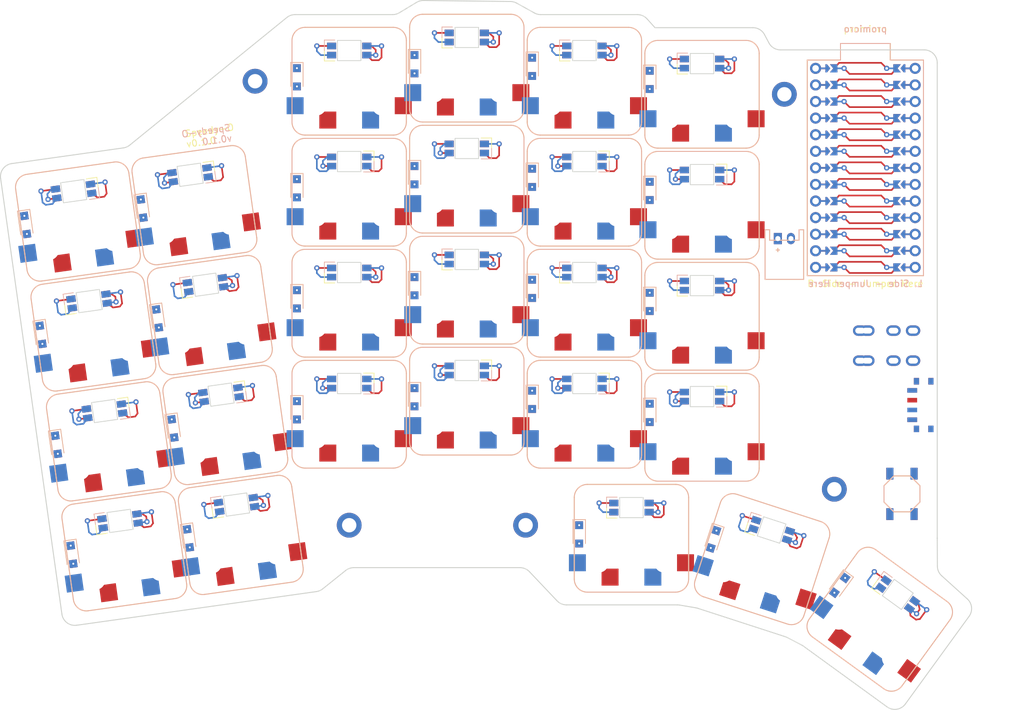
<source format=kicad_pcb>
(kicad_pcb (version 20240108) (generator "pcbnew") (generator_version "8.0")
  (title_block (title "speedy-o") (date "2024-12-28") (rev "v1.0.0") (company "Unknown"))
  (layers (0 "F.Cu" signal) (31 "B.Cu" signal) (34 "B.Paste" user) (35 "F.Paste" user) (36 "B.SilkS" user "B.Silkscreen") (37 "F.SilkS" user "F.Silkscreen") (38 "B.Mask" user) (39 "F.Mask" user) (44 "Edge.Cuts" user))
  (net 0 "")
  (net 1 "VCC")
  (net 2 "rgb_main_outer_bottom")
  (net 3 "GND")
  (net 4 "rgb_main_outer_home")
  (net 5 "rgb_main_pinky_home")
  (net 6 "rgb_main_outer_top")
  (net 7 "rgb_main_outer_num")
  (net 8 "rgb_main_pinky_num")
  (net 9 "rgb_main_pinky_bottom")
  (net 10 "rgb_main_ring_bottom")
  (net 11 "rgb_main_pinky_top")
  (net 12 "rgb_main_ring_top")
  (net 13 "rgb_main_middle_bottom")
  (net 14 "rgb_main_ring_home")
  (net 15 "rgb_main_middle_top")
  (net 16 "rgb_main_ring_num")
  (net 17 "rgb_main_index_bottom")
  (net 18 "rgb_main_middle_home")
  (net 19 "rgb_main_index_top")
  (net 20 "rgb_main_middle_num")
  (net 21 "rgb_main_inner_bottom")
  (net 22 "rgb_main_index_home")
  (net 23 "rgb_main_inner_top")
  (net 24 "rgb_main_index_num")
  (net 25 "rgb_main_inner_home")
  (net 26 "rgb_main_inner_num")
  (net 27 "rgb_thumb_outer_home")
  (net 28 "rgb_thumb_home_home")
  (net 29 "P19")
  (net 30 "main_index_bottom")
  (net 31 "P6")
  (net 32 "main_index_home")
  (net 33 "P7")
  (net 34 "main_index_top")
  (net 35 "P8")
  (net 36 "main_index_num")
  (net 37 "P9")
  (net 38 "main_inner_bottom")
  (net 39 "main_inner_home")
  (net 40 "main_inner_top")
  (net 41 "main_inner_num")
  (net 42 "main_outer_bottom")
  (net 43 "P16")
  (net 44 "main_outer_home")
  (net 45 "main_outer_top")
  (net 46 "main_outer_num")
  (net 47 "main_pinky_bottom")
  (net 48 "main_pinky_home")
  (net 49 "main_pinky_top")
  (net 50 "main_pinky_num")
  (net 51 "main_ring_bottom")
  (net 52 "main_ring_home")
  (net 53 "main_ring_top")
  (net 54 "main_ring_num")
  (net 55 "main_middle_bottom")
  (net 56 "main_middle_home")
  (net 57 "main_middle_top")
  (net 58 "main_middle_num")
  (net 59 "thumb_outer_home")
  (net 60 "thumb_home_home")
  (net 61 "thumb_inner_home")
  (net 62 "P3")
  (net 63 "P4")
  (net 64 "P5")
  (net 65 "P18")
  (net 66 "P15")
  (net 67 "P14")
  (net 68 "P1")
  (net 69 "P0")
  (net 70 "P2")
  (net 71 "P21")
  (net 72 "P20")
  (net 73 "P10")
  (net 74 "RAW")
  (net 75 "B+")
  (net 76 "B-")
  (net 77 "RST")
  (net 78 "_1_0")
  (net 79 "_1_25")
  (net 80 "_1_1")
  (net 81 "_1_24")
  (net 82 "_1_2")
  (net 83 "_1_23")
  (net 84 "_1_3")
  (net 85 "_1_22")
  (net 86 "_1_4")
  (net 87 "_1_21")
  (net 88 "_1_5")
  (net 89 "_1_20")
  (net 90 "_1_6")
  (net 91 "_1_19")
  (net 92 "_1_7")
  (net 93 "_1_18")
  (net 94 "_1_8")
  (net 95 "_1_17")
  (net 96 "_1_9")
  (net 97 "_1_16")
  (net 98 "_1_10")
  (net 99 "_1_15")
  (net 100 "_1_11")
  (net 101 "_1_14")
  (net 102 "_1_12")
  (net 103 "_1_13")
  (net 104 "pos")
  (footprint "E73:SW_TACT_ALPS_SKQGABE010" (layer "F.Cu") (at 219.013149 141.206306 -90)
    (property "Reference" "B1" (hide yes))
    (property "Value" "" (hide yes))
  )
  (footprint "Diode_SMD:Nexperia_CFP3_SOD-123W" (layer "F.Cu") (at 126.413149 77.406306 -90)
    (property "Reference" "D20" (hide yes))
    (property "Value" "Nexperia_CFP3_SOD-123W" (hide yes))
  )
  (footprint "Diode_SMD:Nexperia_CFP3_SOD-123W" (layer "F.Cu") (at 162.413149 92.806306 -90)
    (property "Reference" "D3" (hide yes))
    (property "Value" "Nexperia_CFP3_SOD-123W" (hide yes))
  )
  (footprint "Diode_SMD:Nexperia_CFP3_SOD-123W" (layer "F.Cu") (at 109.819177 148.014108 -82)
    (property "Reference" "D13" (hide yes))
    (property "Value" "Nexperia_CFP3_SOD-123W" (hide yes))
  )
  (footprint "PG1350" (layer "F.Cu") (at 152.413149 93.006306 180)
    (property "Reference" "S15" (hide yes))
    (property "Value" "" (hide yes))
  )
  (footprint "Diode_SMD:Nexperia_CFP3_SOD-123W" (layer "F.Cu") (at 162.413149 75.806306 -90)
    (property "Reference" "D4" (hide yes))
    (property "Value" "Nexperia_CFP3_SOD-123W" (hide yes))
  )
  (footprint "Diode_SMD:Nexperia_CFP3_SOD-123W" (layer "F.Cu") (at 162.413149 126.806306 -90)
    (property "Reference" "D1" (hide yes))
    (property "Value" "Nexperia_CFP3_SOD-123W" (hide yes))
  )
  (footprint "TRRS-PJ-320A-dual" (layer "F.Cu") (at 223.913149 120.806306 -90)
    (property "Reference" "TRRS1")
    (property "Value" "TRRS-PJ-320A-dual")
  )
  (footprint "PG1350" (layer "F.Cu") (at 152.413149 127.006306 180)
    (property "Reference" "S13" (hide yes))
    (property "Value" "" (hide yes))
  )
  (footprint "ceoloide:mounting_hole_plated" (layer "F.Cu") (at 120.013149 78.006306)
    (property "Reference" "H1" (hide yes))
    (property "Value" "")
  )
  (footprint "Diode_SMD:Nexperia_CFP3_SOD-123W" (layer "F.Cu") (at 144.413149 109.406306 -90)
    (property "Reference" "D22" (hide yes))
    (property "Value" "Nexperia_CFP3_SOD-123W" (hide yes))
  )
  (footprint "Diode_SMD:Nexperia_CFP3_SOD-123W" (layer "F.Cu") (at 126.413149 94.406306 -90)
    (property "Reference" "D19" (hide yes))
    (property "Value" "Nexperia_CFP3_SOD-123W" (hide yes))
  )
  (footprint "PG1350" (layer "F.Cu") (at 215.613149 160.406306 144)
    (property "Reference" "S27" (hide yes))
    (property "Value" "" (hide yes))
  )
  (footprint "PG1350" (layer "F.Cu") (at 134.413149 78.006306 180)
    (property "Reference" "S12" (hide yes))
    (property "Value" "" (hide yes))
  )
  (footprint "Diode_SMD:Nexperia_CFP3_SOD-123W" (layer "F.Cu") (at 84.896523 100.015552 -82)
    (property "Reference" "D12" (hide yes))
    (property "Value" "Nexperia_CFP3_SOD-123W" (hide yes))
  )
  (footprint "ceoloide:mounting_hole_plated" (layer "F.Cu") (at 201.013149 80.006306)
    (property "Reference" "H5" (hide yes))
    (property "Value" "")
  )
  (footprint "PG1350" (layer "F.Cu") (at 188.413149 114.006306 180)
    (property "Reference" "S22" (hide yes))
    (property "Value" "" (hide yes))
  )
  (footprint "Diode_SMD:Nexperia_CFP3_SOD-123W" (layer "F.Cu") (at 144.413149 92.406306 -90)
    (property "Reference" "D23" (hide yes))
    (property "Value" "Nexperia_CFP3_SOD-123W" (hide yes))
  )
  (footprint "PG1350" (layer "F.Cu") (at 134.413149 95.006306 180)
    (property "Reference" "S11" (hide yes))
    (property "Value" "" (hide yes))
  )
  (footprint "Diode_SMD:Nexperia_CFP3_SOD-123W" (layer "F.Cu") (at 126.413149 111.406306 -90)
    (property "Reference" "D18" (hide yes))
    (property "Value" "Nexperia_CFP3_SOD-123W" (hide yes))
  )
  (footprint "Diode_SMD:Nexperia_CFP3_SOD-123W" (layer "F.Cu") (at 190.190107 148.163536 -108)
    (property "Reference" "D26" (hide yes))
    (property "Value" "Nexperia_CFP3_SOD-123W" (hide yes))
  )
  (footprint "JST_PH_S2B-PH-K_02x2.00mm_Angled" (layer "F.Cu") (at 201.013149 102.106306)
    (property "Reference" "JST2" (hide yes))
    (property "Value" "" (hide yes))
  )
  (footprint "PG1350" (layer "F.Cu") (at 170.413149 95.006306 180)
    (property "Reference" "S19" (hide yes))
    (property "Value" "" (hide yes))
  )
  (footprint "Diode_SMD:Nexperia_CFP3_SOD-123W" (layer "F.Cu") (at 180.413149 111.806306 -90)
    (property "Reference" "D6" (hide yes))
    (property "Value" "Nexperia_CFP3_SOD-123W" (hide yes))
  )
  (footprint "Diode_SMD:Nexperia_CFP3_SOD-123W" (layer "F.Cu") (at 180.413149 128.806306 -90)
    (property "Reference" "D5" (hide yes))
    (property "Value" "Nexperia_CFP3_SOD-123W" (hide yes))
  )
  (footprint "Diode_SMD:Nexperia_CFP3_SOD-123W" (layer "F.Cu") (at 107.453234 131.179551 -82)
    (property "Reference" "D14" (hide yes))
    (property "Value" "Nexperia_CFP3_SOD-123W" (hide yes))
  )
  (footprint "PG1350" (layer "F.Cu") (at 177.613149 148.006306 180)
    (property "Reference" "S25" (hide yes))
    (property "Value" "" (hide yes))
  )
  (footprint "PG1350" (layer "F.Cu") (at 152.413149 76.006306 180)
    (property "Reference" "S16" (hide yes))
    (property "Value" "" (hide yes))
  )
  (footprint "Diode_SMD:Nexperia_CFP3_SOD-123W" (layer "F.Cu") (at 144.413149 126.406306 -90)
    (property "Reference" "D21" (hide yes))
    (property "Value" "Nexperia_CFP3_SOD-123W" (hide yes))
  )
  (footprint "PG1350" (layer "F.Cu") (at 188.413149 97.006306 180)
    (property "Reference" "S23" (hide yes))
    (property "Value" "" (hide yes))
  )
  (footprint "Diode_SMD:Nexperia_CFP3_SOD-123W" (layer "F.Cu") (at 102.721349 97.510437 -82)
    (property "Reference" "D16" (hide yes))
    (property "Value" "Nexperia_CFP3_SOD-123W" (hide yes))
  )
  (footprint "Diode_SMD:Nexperia_CFP3_SOD-123W" (layer "F.Cu") (at 169.613149 147.406306 -90)
    (property "Reference" "D25" (hide yes))
    (property "Value" "Nexperia_CFP3_SOD-123W" (hide yes))
  )
  (footprint "Diode_SMD:Nexperia_CFP3_SOD-123W" (layer "F.Cu") (at 180.413149 94.806306 -90)
    (property "Reference" "D7" (hide yes))
    (property "Value" "Nexperia_CFP3_SOD-123W" (hide yes))
  )
  (footprint "PG1350" (layer "F.Cu") (at 92.902172 99.496328 -172)
    (property "Reference" "S4" (hide yes))
    (property "Value" "" (hide yes))
  )
  (footprint "PG1350" (layer "F.Cu") (at 188.413149 80.006306 180)
    (property "Reference" "S24" (hide yes))
    (property "Value" "" (hide yes))
  )
  (footprint "Diode_SMD:Nexperia_CFP3_SOD-123W" (layer "F.Cu") (at 180.413149 77.806306 -90)
    (property "Reference" "D8" (hide yes))
    (property "Value" "Nexperia_CFP3_SOD-123W" (hide yes))
  )
  (footprint "PG1350" (layer "F.Cu") (at 170.413149 78.006306 180)
    (property "Reference" "S20" (hide yes))
    (property "Value" "" (hide yes))
  )
  (footprint "ceoloide:mounting_hole_plated" (layer "F.Cu") (at 161.413149 146.006306)
    (property "Reference" "H3" (hide yes))
    (property "Value" "")
  )
  (footprint "PG1350" (layer "F.Cu") (at 188.413149 131.006306 180)
    (property "Reference" "S21" (hide yes))
    (property "Value" "" (hide yes))
  )
  (footprint "JST_PH_S2B-PH-K_02x2.00mm_Angled" (layer "F.Cu") (at 201.013149 102.106306)
    (property "Reference" "JST1" (hide yes))
    (property "Value" "" (hide yes))
  )
  (footprint "Diode_SMD:Nexperia_CFP3_SOD-123W" (layer "F.Cu") (at 91.994352 150.519224 -82)
    (property "Reference" "D9" (hide yes))
    (property "Value" "Nexperia_CFP3_SOD-123W" (hide yes))
  )
  (footprint "PG1350" (layer "F.Cu") (at 134.413149 112.006306 180)
    (property "Reference" "S10" (hide yes))
    (property "Value" "" (hide yes))
  )
  (footprint "ceoloide:mounting_hole_plated" (layer "F.Cu") (at 134.413149 146.006306)
    (property "Reference" "H2" (hide yes))
    (property "Value" "")
  )
  (footprint "PG1350" (layer "F.Cu") (at 110.726997 96.991213 -172)
    (property "Reference" "S8" (hide yes))
    (property "Value" "" (hide yes))
  )
  (footprint "E73:SW_TACT_ALPS_SKQGABE010" (layer "F.Cu") (at 219.013149 141.206306 -90)
    (property "Reference" "B2" (hide yes))
    (property "Value" "" (hide yes))
  )
  (footprint "PG1350" (layer "F.Cu") (at 170.413149 112.006306 180)
    (property "Reference" "S18" (hide yes))
    (property "Value" "" (hide yes))
  )
  (footprint "Diode_SMD:Nexperia_CFP3_SOD-123W" (layer "F.Cu") (at 105.087291 114.344994 -82)
    (property "Reference" "D15" (hide yes))
    (property "Value" "Nexperia_CFP3_SOD-123W" (hide yes))
  )
  (footprint "Diode_SMD:Nexperia_CFP3_SOD-123W" (layer "F.Cu") (at 144.413149 75.406306 -90)
    (property "Reference" "D24" (hide yes))
    (property "Value" "Nexperia_CFP3_SOD-123W" (hide yes))
  )
  (footprint "ceoloide:mounting_hole_plated" (layer "F.Cu") (at 208.663387 140.49686 -18)
    (property "Reference" "H4" (hide yes))
    (property "Value" "")
  )
  (footprint "ProMicro" (layer "F.Cu") (at 213.413149 90.006306)
    (property "Reference" "")
    (property "Value" "")
  )
  (footprint "PG1350" (layer "F.Cu") (at 197.613149 151.206306 162)
    (property "Reference" "S26" (hide yes))
    (property "Value" "" (hide yes))
  )
  (footprint "Diode_SMD:Nexperia_CFP3_SOD-123W" (layer "F.Cu") (at 126.413149 128.406306 -90)
    (property "Reference" "D17" (hide yes))
    (property "Value" "Nexperia_CFP3_SOD-123W" (hide yes))
  )
  (footprint "PG1350" (layer "F.Cu") (at 152.413149 110.006306 180)
    (property "Reference" "S14" (hide yes))
    (property "Value" "" (hide yes))
  )
  (footprint "PG1350" (layer "F.Cu") (at 97.634057 133.165443 -172)
    (property "Reference" "S2" (hide yes))
    (property "Value" "" (hide yes))
  )
  (footprint "PG1350" (layer "F.Cu") (at 134.413149 129.006306 180)
    (property "Reference" "S9" (hide yes))
    (property "Value" "" (hide yes))
  )
  (footprint "Diode_SMD:Nexperia_CFP3_SOD-123W" (layer "F.Cu") (at 89.628409 133.684667 -82)
    (property "Reference" "D10" (hide yes))
    (property "Value" "Nexperia_CFP3_SOD-123W" (hide yes))
  )
  (footprint "Diode_SMD:Nexperia_CFP3_SOD-123W" (layer "F.Cu") (at 87.262466 116.85011 -82)
    (property "Reference" "D11" (hide yes))
    (property "Value" "Nexperia_CFP3_SOD-123W" (hide yes))
  )
  (footprint "PG1350" (layer "F.Cu") (at 113.09294 113.82577 -172)
    (property "Reference" "S7" (hide yes))
    (property "Value" "" (hide yes))
  )
  (footprint "PG1350" (layer "F.Cu") (at 100 150 -172)
    (property "Reference" "S1" (hide yes))
    (property "Value" "" (hide yes))
  )
  (footprint "Diode_SMD:Nexperia_CFP3_SOD-123W" (layer "F.Cu") (at 209.493684 155.218614 -126)
    (property "Reference" "D27" (hide yes))
    (property "Value" "Nexperia_CFP3_SOD-123W" (hide yes))
  )
  (footprint "Diode_SMD:Nexperia_CFP3_SOD-123W" (layer "F.Cu") (at 162.413149 109.806306 -90)
    (property "Reference" "D2" (hide yes))
    (property "Value" "Nexperia_CFP3_SOD-123W" (hide yes))
  )
  (footprint "PG1350" (layer "F.Cu") (at 115.458882 130.660327 -172)
    (property "Reference" "S6" (hide yes))
    (property "Value" "" (hide yes))
  )
  (footprint "Button_Switch_SMD:SW_SPDT_PCM12" (layer "F.Cu") (at 222.013149 127.606306 90)
    (property "Reference" "T1" (hide yes))
    (property "Value" "" (hide yes))
  )
  (footprint "PG1350" (layer "F.Cu") (at 117.824825 147.494884 -172)
    (property "Reference" "S5" (hide yes))
    (property "Value" "" (hide yes))
  )
  (footprint "PG1350" (layer "F.Cu") (at 95.268115 116.330886 -172)
    (property "Reference" "S3" (hide yes))
    (property "Value" "" (hide yes))
  )
  (footprint "PG1350" (layer "F.Cu") (at 170.413149 129.006306 180)
    (property "Reference" "S17" (hide yes))
    (property "Value" "" (hide yes))
  )
  (footprint "ceoloide:led_SK6812mini-e (per-key, reversible)" (layer "B.Cu") (at 188.413149 75.306306)
    (property "Reference" "LED24" (hide yes))
    (property "Value" "")
    (fp_rect (start -1.8 -1.55) (end 1.8 1.55) (stroke (width 0.12)) (fill none) (layer "Edge.Cuts"))
  )
  (footprint "ceoloide:led_SK6812mini-e (per-key, reversible)" (layer "B.Cu") (at 152.413149 105.306306)
    (property "Reference" "LED14" (hide yes))
    (property "Value" "")
    (fp_rect (start -1.8 -1.55) (end 1.8 1.55) (stroke (width 0.12)) (fill none) (layer "Edge.Cuts"))
  )
  (footprint "ceoloide:led_SK6812mini-e (per-key, reversible)" (layer "B.Cu") (at 110.072883 92.336953 -172)
    (property "Reference" "LED8" (hide yes))
    (property "Value" "")
    (fp_poly (pts (xy -1.8 -1.55) (xy 1.8 -1.55) (xy 1.8 1.55) (xy -1.8 1.55)) (stroke (width 0.12)) (fill none) (layer "Edge.Cuts"))
  )
  (footprint "ceoloide:led_SK6812mini-e (per-key, reversible)" (layer "B.Cu") (at 188.413149 92.306306 180)
    (property "Reference" "LED23" (hide yes))
    (property "Value" "")
    (fp_rect (start -1.8 -1.55) (end 1.8 1.55) (stroke (width 0.12)) (fill none) (layer "Edge.Cuts"))
  )
  (footprint "ceoloide:led_SK6812mini-e (per-key, reversible)" (layer "B.Cu") (at 114.804769 126.006067 -172)
    (property "Reference" "LED6" (hide yes))
    (property "Value" "")
    (fp_poly (pts (xy -1.8 -1.55) (xy 1.8 -1.55) (xy 1.8 1.55) (xy -1.8 1.55)) (stroke (width 0.12)) (fill none) (layer "Edge.Cuts"))
  )
  (footprint "ceoloide:led_SK6812mini-e (per-key, reversible)" (layer "B.Cu") (at 134.413149 107.306306)
    (property "Reference" "LED10" (hide yes))
    (property "Value" "")
    (fp_rect (start -1.8 -1.55) (end 1.8 1.55) (stroke (width 0.12)) (fill none) (layer "Edge.Cuts"))
  )
  (footprint "ceoloide:led_SK6812mini-e (per-key, reversible)" (layer "B.Cu") (at 152.413149 88.306306 180)
    (property "Reference" "LED15" (hide yes))
    (property "Value" "")
    (fp_rect (start -1.8 -1.55) (end 1.8 1.55) (stroke (width 0.12)) (fill none) (layer "Edge.Cuts"))
  )
  (footprint "ceoloide:led_SK6812mini-e (per-key, reversible)" (layer "B.Cu") (at 152.413149 122.306306 180)
    (property "Reference" "LED13" (hide yes))
    (property "Value" "")
    (fp_rect (start -1.8 -1.55) (end 1.8 1.55) (stroke (width 0.12)) (fill none) (layer "Edge.Cuts"))
  )
  (footprint "ceoloide:led_SK6812mini-e (per-key, reversible)" (layer "B.Cu") (at 199.065529 146.736341 -18)
    (property "Reference" "LED26" (hide yes))
    (property "Value" "")
    (fp_poly (pts (xy -1.8 -1.55) (xy 1.8 -1.55) (xy 1.8 1.55) (xy -1.8 1.55)) (stroke (width 0.12)) (fill none) (layer "Edge.Cuts"))
  )
  (footprint "ceoloide:led_SK6812mini-e (per-key, reversible)" (layer "B.Cu") (at 218.37574 156.603926 -36)
    (property "Reference" "LED27" (hide yes))
    (property "Value" "")
    (fp_poly (pts (xy -1.8 -1.55) (xy 1.8 -1.55) (xy 1.8 1.55) (xy -1.8 1.55)) (stroke (width 0.12)) (fill none) (layer "Edge.Cuts"))
  )
  (footprint "ceoloide:led_SK6812mini-e (per-key, reversible)" (layer "B.Cu") (at 188.413149 126.306306 180)
    (property "Reference" "LED21" (hide yes))
    (property "Value" "")
    (fp_rect (start -1.8 -1.55) (end 1.8 1.55) (stroke (width 0.12)) (fill none) (layer "Edge.Cuts"))
  )
  (footprint "ceoloide:led_SK6812mini-e (per-key, reversible)" (layer "B.Cu") (at 117.170712 142.840624 8)
    (property "Reference" "LED5" (hide yes))
    (property "Value" "")
    (fp_poly (pts (xy -1.8 -1.55) (xy 1.8 -1.55) (xy 1.8 1.55) (xy -1.8 1.55)) (stroke (width 0.12)) (fill none) (layer "Edge.Cuts"))
  )
  (footprint "ceoloide:led_SK6812mini-e (per-key, reversible)" (layer "B.Cu") (at 170.413149 124.306306 180)
    (property "Reference" "LED17" (hide yes))
    (property "Value" "")
    (fp_rect (start -1.8 -1.55) (end 1.8 1.55) (stroke (width 0.12)) (fill none) (layer "Edge.Cuts"))
  )
  (footprint "ceoloide:led_SK6812mini-e (per-key, reversible)" (layer "B.Cu") (at 134.413149 124.306306 180)
    (property "Reference" "LED9" (hide yes))
    (property "Value" "")
    (fp_rect (start -1.8 -1.55) (end 1.8 1.55) (stroke (width 0.12)) (fill none) (layer "Edge.Cuts"))
  )
  (footprint "ceoloide:led_SK6812mini-e (per-key, reversible)" (layer "B.Cu") (at 170.413149 90.306306 180)
    (property "Reference" "LED19" (hide yes))
    (property "Value" "")
    (fp_rect (start -1.8 -1.55) (end 1.8 1.55) (stroke (width 0.12)) (fill none) (layer "Edge.Cuts"))
  )
  (footprint "ceoloide:led_SK6812mini-e (per-key, reversible)" (layer "B.Cu") (at 170.413149 107.306306)
    (property "Reference" "LED18" (hide yes))
    (property "Value" "")
    (fp_rect (start -1.8 -1.55) (end 1.8 1.55) (stroke (width 0.12)) (fill none) (layer "Edge.Cuts"))
  )
  (footprint "ceoloide:led_SK6812mini-e (per-key, reversible)" (layer "B.Cu") (at 177.613149 143.306306)
    (property "Reference" "LED25" (hide yes))
    (property "Value" "")
    (fp_rect (start -1.8 -1.55) (end 1.8 1.55) (stroke (width 0.12)) (fill none) (layer "Edge.Cuts"))
  )
  (footprint "ceoloide:led_SK6812mini-e (per-key, reversible)" (layer "B.Cu") (at 134.413149 73.306306)
    (property "Reference" "LED12" (hide yes))
    (property "Value" "")
    (fp_rect (start -1.8 -1.55) (end 1.8 1.55) (stroke (width 0.12)) (fill none) (layer "Edge.Cuts"))
  )
  (footprint "ceoloide:led_SK6812mini-e (per-key, reversible)" (layer "B.Cu") (at 152.413149 71.306306)
    (property "Reference" "LED16" (hide yes))
    (property "Value" "")
    (fp_rect (start -1.8 -1.55) (end 1.8 1.55) (stroke (width 0.12)) (fill none) (layer "Edge.Cuts"))
  )
  (footprint "ceoloide:led_SK6812mini-e (per-key, reversible)" (layer "B.Cu") (at 134.413149 90.306306 180)
    (property "Reference" "LED11" (hide yes))
    (property "Value" "")
    (fp_rect (start -1.8 -1.55) (end 1.8 1.55) (stroke (width 0.12)) (fill none) (layer "Edge.Cuts"))
  )
  (footprint "ceoloide:led_SK6812mini-e (per-key, reversible)" (layer "B.Cu") (at 112.438826 109.17151 8)
    (property "Reference" "LED7" (hide yes))
    (property "Value" "")
    (fp_poly (pts (xy -1.8 -1.55) (xy 1.8 -1.55) (xy 1.8 1.55) (xy -1.8 1.55)) (stroke (width 0.12)) (fill none) (layer "Edge.Cuts"))
  )
  (footprint "ceoloide:led_SK6812mini-e (per-key, reversible)" (layer "B.Cu") (at 94.614001 111.676626 8)
    (property "Reference" "LED3" (hide yes))
    (property "Value" "")
    (fp_poly (pts (xy -1.8 -1.55) (xy 1.8 -1.55) (xy 1.8 1.55) (xy -1.8 1.55)) (stroke (width 0.12)) (fill none) (layer "Edge.Cuts"))
  )
  (footprint "ceoloide:led_SK6812mini-e (per-key, reversible)" (layer "B.Cu") (at 188.413149 109.306306)
    (property "Reference" "LED22" (hide yes))
    (property "Value" "")
    (fp_rect (start -1.8 -1.55) (end 1.8 1.55) (stroke (width 0.12)) (fill none) (layer "Edge.Cuts"))
  )
  (footprint "ceoloide:led_SK6812mini-e (per-key, reversible)" (layer "B.Cu") (at 99.345886 145.34574 8)
    (property "Reference" "LED1" (hide yes))
    (property "Value" "")
    (fp_poly (pts (xy -1.8 -1.55) (xy 1.8 -1.55) (xy 1.8 1.55) (xy -1.8 1.55)) (stroke (width 0.12)) (fill none) (layer "Edge.Cuts"))
  )
  (footprint "ceoloide:led_SK6812mini-e (per-key, reversible)" (layer "B.Cu") (at 92.248058 94.842068 -172)
    (property "Reference" "LED4" (hide yes))
    (property "Value" "")
    (fp_poly (pts (xy -1.8 -1.55) (xy 1.8 -1.55) (xy 1.8 1.55) (xy -1.8 1.55)) (stroke (width 0.12)) (fill none) (layer "Edge.Cuts"))
  )
  (footprint "ceoloide:led_SK6812mini-e (per-key, reversible)" (layer "B.Cu") (at 96.979944 128.511183 -172)
    (property "Reference" "LED2" (hide yes))
    (property "Value" "")
    (fp_poly (pts (xy -1.8 -1.55) (xy 1.8 -1.55) (xy 1.8 1.55) (xy -1.8 1.55)) (stroke (width 0.12)) (fill none) (layer "Edge.Cuts"))
  )
  (footprint "ceoloide:led_SK6812mini-e (per-key, reversible)" (layer "B.Cu") (at 170.413149 73.306306)
    (property "Reference" "LED20" (hide yes))
    (property "Value" "")
    (fp_rect (start -1.8 -1.55) (end 1.8 1.55) (stroke (width 0.12)) (fill none) (layer "Edge.Cuts"))
  )
  (gr_line (start 101.19232 92.019802) (end 102.931983 104.398153) (stroke (width 0.15)) (layer "B.SilkS"))
  (gr_line (start 161.663149 88.756306) (end 161.663149 101.256306) (stroke (width 0.15)) (layer "B.SilkS"))
  (gr_line (start 98.438303 90.387198) (end 85.069684 92.266035) (stroke (width 0.15)) (layer "B.SilkS"))
  (gr_line (start 125.663149 71.756306) (end 125.663149 84.256306) (stroke (width 0.15)) (layer "B.SilkS"))
  (gr_line (start 145.663149 118.256306) (end 159.163149 118.256306) (stroke (width 0.15)) (layer "B.SilkS"))
  (gr_line (start 143.163149 118.256306) (end 143.163149 105.756306) (stroke (width 0.15)) (layer "B.SilkS"))
  (gr_line (start 125.663149 88.756306) (end 125.663149 101.256306) (stroke (width 0.15)) (layer "B.SilkS"))
  (gr_arc (start 204.003537 159.854308) (mid 203.009409 161.018316) (end 201.48339 161.138387) (stroke (width 0.15)) (layer "B.SilkS"))
  (gr_line (start 219.01839 170.605783) (end 226.365705 160.493071) (stroke (width 0.15)) (layer "B.SilkS"))
  (gr_line (start 212.207908 150.206829) (end 204.860592 160.319541) (stroke (width 0.15)) (layer "B.SilkS"))
  (gr_line (start 179.663149 107.756306) (end 179.663149 120.256306) (stroke (width 0.15)) (layer "B.SilkS"))
  (gr_arc (start 127.359503 152.466295) (mid 126.976218 153.948237) (end 125.657313 154.725177) (stroke (width 0.15)) (layer "B.SilkS"))
  (gr_line (start 177.163149 86.756306) (end 163.663149 86.756306) (stroke (width 0.15)) (layer "B.SilkS"))
  (gr_line (start 118.629071 104.71664) (end 105.260452 106.595477) (stroke (width 0.15)) (layer "B.SilkS"))
  (gr_arc (start 197.163149 137.256306) (mid 196.577357 138.670498) (end 195.163149 139.256306) (stroke (width 0.15)) (layer "B.SilkS"))
  (gr_line (start 163.663149 86.256306) (end 177.163149 86.256306) (stroke (width 0.15)) (layer "B.SilkS"))
  (gr_arc (start 116.263129 87.882083) (mid 117.745116 88.265338) (end 118.522011 89.584273) (stroke (width 0.15)) (layer "B.SilkS"))
  (gr_line (start 123.360957 138.385754) (end 109.992338 140.264591) (stroke (width 0.15)) (layer "B.SilkS"))
  (gr_arc (start 83.367494 94.524918) (mid 83.750773 93.042967) (end 85.069684 92.266035) (stroke (width 0.15)) (layer "B.SilkS"))
  (gr_arc (start 145.663149 135.256306) (mid 144.248902 134.670537) (end 143.663149 133.256306) (stroke (width 0.15)) (layer "B.SilkS"))
  (gr_arc (start 186.363149 154.256306) (mid 185.777357 155.670498) (end 184.363149 156.256306) (stroke (width 0.15)) (layer "B.SilkS"))
  (gr_arc (start 159.163149 101.756306) (mid 160.577329 102.34211) (end 161.163149 103.756306) (stroke (width 0.15)) (layer "B.SilkS"))
  (gr_arc (start 197.163149 86.256306) (mid 196.577357 87.670498) (end 195.163149 88.256306) (stroke (width 0.15)) (layer "B.SilkS"))
  (gr_arc (start 159.163149 84.756306) (mid 160.577329 85.34211) (end 161.163149 86.756306) (stroke (width 0.15)) (layer "B.SilkS"))
  (gr_line (start 163.663149 120.256306) (end 177.163149 120.256306) (stroke (width 0.15)) (layer "B.SilkS"))
  (gr_line (start 181.663149 122.256306) (end 195.163149 122.256306) (stroke (width 0.15)) (layer "B.SilkS"))
  (gr_arc (start 143.663149 120.756306) (mid 144.248936 119.342106) (end 145.663149 118.756306) (stroke (width 0.15)) (layer "B.SilkS"))
  (gr_line (start 105.536131 140.89087) (end 92.167512 142.769707) (stroke (width 0.15)) (layer "B.SilkS"))
  (gr_line (start 197.163149 120.256306) (end 197.163149 107.756306) (stroke (width 0.15)) (layer "B.SilkS"))
  (gr_line (start 141.163149 103.756306) (end 127.663149 103.756306) (stroke (width 0.15)) (layer "B.SilkS"))
  (gr_arc (start 109.534677 154.971411) (mid 109.151433 156.453424) (end 107.832488 157.230293) (stroke (width 0.15)) (layer "B.SilkS"))
  (gr_arc (start 195.163149 88.756306) (mid 196.577329 89.34211) (end 197.163149 90.756306) (stroke (width 0.15)) (layer "B.SilkS"))
  (gr_line (start 181.663149 88.256306) (end 195.163149 88.256306) (stroke (width 0.15)) (layer "B.SilkS"))
  (gr_arc (start 127.663149 86.256306) (mid 126.248902 85.670537) (end 125.663149 84.256306) (stroke (width 0.15)) (layer "B.SilkS"))
  (gr_line (start 225.923242 157.699467) (end 215.001513 149.764366) (stroke (width 0.15)) (layer "B.SilkS"))
  (gr_line (start 127.663149 86.256306) (end 141.163149 86.256306) (stroke (width 0.15)) (layer "B.SilkS"))
  (gr_arc (start 161.663149 122.756306) (mid 162.248936 121.342106) (end 163.663149 120.756306) (stroke (width 0.15)) (layer "B.SilkS"))
  (gr_arc (start 179.163149 84.256306) (mid 178.577357 85.670498) (end 177.163149 86.256306) (stroke (width 0.15)) (layer "B.SilkS"))
  (gr_arc (start 219.01839 170.605783) (mid 217.713233 171.405554) (end 216.224785 171.048247) (stroke (width 0.15)) (layer "B.SilkS"))
  (gr_line (start 92.097926 142.274573) (end 105.466545 140.395736) (stroke (width 0.15)) (layer "B.SilkS"))
  (gr_line (start 88.09938 128.194032) (end 89.839044 140.572383) (stroke (width 0.15)) (layer "B.SilkS"))
  (gr_line (start 161.163149 82.256306) (end 161.163149 69.756306) (stroke (width 0.15)) (layer "B.SilkS"))
  (gr_arc (start 206.582171 145.445955) (mid 207.746147 146.440093) (end 207.86625 147.966102) (stroke (width 0.15)) (layer "B.SilkS"))
  (gr_arc (start 161.163149 82.256306) (mid 160.577357 83.670498) (end 159.163149 84.256306) (stroke (width 0.15)) (layer "B.SilkS"))
  (gr_arc (start 168.863149 141.756306) (mid 169.448936 140.342106) (end 170.863149 139.756306) (stroke (width 0.15)) (layer "B.SilkS"))
  (gr_line (start 107.556808 122.9349) (end 120.925427 121.056063) (stroke (width 0.15)) (layer "B.SilkS"))
  (gr_arc (start 177.163149 103.756306) (mid 178.577329 104.34211) (end 179.163149 105.756306) (stroke (width 0.15)) (layer "B.SilkS"))
  (gr_line (start 181.663149 105.256306) (end 195.163149 105.256306) (stroke (width 0.15)) (layer "B.SilkS"))
  (gr_line (start 197.163149 86.256306) (end 197.163149 73.756306) (stroke (width 0.15)) (layer "B.SilkS"))
  (gr_line (start 159.163149 101.756306) (end 145.663149 101.756306) (stroke (width 0.15)) (layer "B.SilkS"))
  (gr_arc (start 123.360957 138.385754) (mid 124.842934 138.76902) (end 125.619839 140.087944) (stroke (width 0.15)) (layer "B.SilkS"))
  (gr_arc (start 105.924205 125.688916) (mid 106.307486 124.206969) (end 107.626395 123.430034) (stroke (width 0.15)) (layer "B.SilkS"))
  (gr_arc (start 179.163149 118.256306) (mid 178.577357 119.670498) (end 177.163149 120.256306) (stroke (width 0.15)) (layer "B.SilkS"))
  (gr_arc (start 122.627617 118.797181) (mid 122.244339 120.279135) (end 120.925427 121.056063) (stroke (width 0.15)) (layer "B.SilkS"))
  (gr_line (start 145.663149 84.256306) (end 159.163149 84.256306) (stroke (width 0.15)) (layer "B.SilkS"))
  (gr_arc (start 163.663149 103.256306) (mid 162.248902 102.670537) (end 161.663149 101.256306) (stroke (width 0.15)) (layer "B.SilkS"))
  (gr_arc (start 179.663149 90.756306) (mid 180.248936 89.342106) (end 181.663149 88.756306) (stroke (width 0.15)) (layer "B.SilkS"))
  (gr_arc (start 179.163149 101.256306) (mid 178.577357 102.670498) (end 177.163149 103.256306) (stroke (width 0.15)) (layer "B.SilkS"))
  (gr_arc (start 161.163149 116.256306) (mid 160.577357 117.670498) (end 159.163149 118.256306) (stroke (width 0.15)) (layer "B.SilkS"))
  (gr_arc (start 118.629071 104.71664) (mid 120.111043 105.099912) (end 120.887954 106.41883) (stroke (width 0.15)) (layer "B.SilkS"))
  (gr_arc (start 112.288694 156.604014) (mid 110.806693 156.220769) (end 110.029811 154.901824) (stroke (width 0.15)) (layer "B.SilkS"))
  (gr_line (start 177.163149 103.756306) (end 163.663149 103.756306) (stroke (width 0.15)) (layer "B.SilkS"))
  (gr_line (start 143.163149 101.256306) (end 143.163149 88.756306) (stroke (width 0.15)) (layer "B.SilkS"))
  (gr_line (start 94.463869 159.10913) (end 107.832488 157.230293) (stroke (width 0.15)) (layer "B.SilkS"))
  (gr_line (start 186.363149 154.256306) (end 186.363149 141.756306) (stroke (width 0.15)) (layer "B.SilkS"))
  (gr_arc (start 127.663149 120.256306) (mid 126.248902 119.670537) (end 125.663149 118.256306) (stroke (width 0.15)) (layer "B.SilkS"))
  (gr_line (start 179.663149 90.756306) (end 179.663149 103.256306) (stroke (width 0.15)) (layer "B.SilkS"))
  (gr_arc (start 107.556808 122.9349) (mid 106.074865 122.551616) (end 105.297926 121.23271) (stroke (width 0.15)) (layer "B.SilkS"))
  (gr_line (start 109.534678 154.971411) (end 107.795014 142.59306) (stroke (width 0.15)) (layer "B.SilkS"))
  (gr_arc (start 179.663149 107.756306) (mid 180.248936 106.342106) (end 181.663149 105.756306) (stroke (width 0.15)) (layer "B.SilkS"))
  (gr_arc (start 141.163149 103.756306) (mid 142.577329 104.34211) (end 143.163149 105.756306) (stroke (width 0.15)) (layer "B.SilkS"))
  (gr_arc (start 98.438303 90.387198) (mid 99.920239 90.770487) (end 100.697186 92.089388) (stroke (width 0.15)) (layer "B.SilkS"))
  (gr_line (start 161.663149 105.756306) (end 161.663149 118.256306) (stroke (width 0.15)) (layer "B.SilkS"))
  (gr_line (start 125.663149 105.756306) (end 125.663149 118.256306) (stroke (width 0.15)) (layer "B.SilkS"))
  (gr_line (start 159.163149 67.756306) (end 145.663149 67.756306) (stroke (width 0.15)) (layer "B.SilkS"))
  (gr_arc (start 145.663149 118.256306) (mid 144.248902 117.670537) (end 143.663149 116.256306) (stroke (width 0.15)) (layer "B.SilkS"))
  (gr_arc (start 145.663149 101.256306) (mid 144.248902 100.670537) (end 143.663149 99.256306) (stroke (width 0.15)) (layer "B.SilkS"))
  (gr_line (start 177.163149 69.756306) (end 163.663149 69.756306) (stroke (width 0.15)) (layer "B.SilkS"))
  (gr_arc (start 103.558262 108.854359) (mid 103.941521 107.372374) (end 105.260452 106.595477) (stroke (width 0.15)) (layer "B.SilkS"))
  (gr_line (start 122.627617 118.797181) (end 120.887954 106.41883) (stroke (width 0.15)) (layer "B.SilkS"))
  (gr_line (start 163.663149 137.256306) (end 177.163149 137.256306) (stroke (width 0.15)) (layer "B.SilkS"))
  (gr_line (start 143.163149 84.256306) (end 143.163149 71.756306) (stroke (width 0.15)) (layer "B.SilkS"))
  (gr_line (start 100.804246 107.221756) (end 87.435627 109.100592) (stroke (width 0.15)) (layer "B.SilkS"))
  (gr_arc (start 124.99356 135.631738) (mid 124.610303 137.11373) (end 123.29137 137.89062) (stroke (width 0.15)) (layer "B.SilkS"))
  (gr_line (start 191.222761 142.558304) (end 187.360048 154.446511) (stroke (width 0.15)) (layer "B.SilkS"))
  (gr_arc (start 159.163149 118.756306) (mid 160.577329 119.34211) (end 161.163149 120.756306) (stroke (width 0.15)) (layer "B.SilkS"))
  (gr_line (start 179.663149 73.756306) (end 179.663149 86.256306) (stroke (width 0.15)) (layer "B.SilkS"))
  (gr_arc (start 161.163149 133.256306) (mid 160.577357 134.670498) (end 159.163149 135.256306) (stroke (width 0.15)) (layer "B.SilkS"))
  (gr_arc (start 108.290148 142.523473) (mid 108.6734 141.041476) (end 109.992338 140.264591) (stroke (width 0.15)) (layer "B.SilkS"))
  (gr_line (start 177.163149 120.756306) (end 163.663149 120.756306) (stroke (width 0.15)) (layer "B.SilkS"))
  (gr_arc (start 177.163149 120.756306) (mid 178.577329 121.34211) (end 179.163149 122.756306) (stroke (width 0.15)) (layer "B.SilkS"))
  (gr_arc (start 102.436849 104.467739) (mid 102.053591 105.949728) (end 100.734659 106.726622) (stroke (width 0.15)) (layer "B.SilkS"))
  (gr_arc (start 197.163149 103.256306) (mid 196.577357 104.670498) (end 195.163149 105.256306) (stroke (width 0.15)) (layer "B.SilkS"))
  (gr_arc (start 125.663149 88.756306) (mid 126.248936 87.342106) (end 127.663149 86.756306) (stroke (width 0.15)) (layer "B.SilkS"))
  (gr_arc (start 179.163149 135.256306) (mid 178.577357 136.670498) (end 177.163149 137.256306) (stroke (width 0.15)) (layer "B.SilkS"))
  (gr_arc (start 105.536131 140.89087) (mid 107.01812 141.274125) (end 107.795014 142.59306) (stroke (width 0.15)) (layer "B.SilkS"))
  (gr_line (start 161.163149 133.256306) (end 161.163149 120.756306) (stroke (width 0.15)) (layer "B.SilkS"))
  (gr_line (start 163.663149 103.256306) (end 177.163149 103.256306) (stroke (width 0.15)) (layer "B.SilkS"))
  (gr_arc (start 212.207908 150.206829) (mid 213.513066 149.407052) (end 215.001513 149.764366) (stroke (width 0.15)) (layer "B.SilkS"))
  (gr_line (start 85.733437 111.359475) (end 87.473101 123.737826) (stroke (width 0.15)) (layer "B.SilkS"))
  (gr_arc (start 101.19232 92.019802) (mid 101.575603 90.537842) (end 102.89451 89.760919) (stroke (width 0.15)) (layer "B.SilkS"))
  (gr_arc (start 143.663149 86.756306) (mid 144.248936 85.342106) (end 145.663149 84.756306) (stroke (width 0.15)) (layer "B.SilkS"))
  (gr_line (start 143.163149 135.256306) (end 143.163149 122.756306) (stroke (width 0.15)) (layer "B.SilkS"))
  (gr_arc (start 89.731983 125.440016) (mid 88.249989 125.056767) (end 87.473101 123.737826) (stroke (width 0.15)) (layer "B.SilkS"))
  (gr_line (start 112.288694 156.604014) (end 125.657313 154.725177) (stroke (width 0.15)) (layer "B.SilkS"))
  (gr_arc (start 143.163149 118.256306) (mid 142.577357 119.670498) (end 141.163149 120.256306) (stroke (width 0.15)) (layer "B.SilkS"))
  (gr_line (start 83.367494 94.524918) (end 85.107158 106.903268) (stroke (width 0.15)) (layer "B.SilkS"))
  (gr_line (start 170.863149 156.256306) (end 184.363149 156.256306) (stroke (width 0.15)) (layer "B.SilkS"))
  (gr_arc (start 92.097926 142.274573) (mid 90.615953 141.8913) (end 89.839044 140.572383) (stroke (width 0.15)) (layer "B.SilkS"))
  (gr_line (start 105.190866 106.100343) (end 118.559485 104.221506) (stroke (width 0.15)) (layer "B.SilkS"))
  (gr_line (start 179.663149 124.756306) (end 179.663149 137.256306) (stroke (width 0.15)) (layer "B.SilkS"))
  (gr_arc (start 100.804246 107.221756) (mid 102.286229 107.605017) (end 103.063128 108.923946) (stroke (width 0.15)) (layer "B.SilkS"))
  (gr_line (start 159.163149 118.756306) (end 145.663149 118.756306) (stroke (width 0.15)) (layer "B.SilkS"))
  (gr_line (start 120.995014 121.551197) (end 107.626395 123.430034) (stroke (width 0.15)) (layer "B.SilkS"))
  (gr_arc (start 163.663149 137.256306) (mid 162.248902 136.670537) (end 161.663149 135.256306) (stroke (width 0.15)) (layer "B.SilkS"))
  (gr_arc (start 104.802792 121.302296) (mid 104.419506 122.784234) (end 103.100602 123.561179) (stroke (width 0.15)) (layer "B.SilkS"))
  (gr_line (start 195.163149 105.756306) (end 181.663149 105.756306) (stroke (width 0.15)) (layer "B.SilkS"))
  (gr_line (start 145.663149 101.256306) (end 159.163149 101.256306) (stroke (width 0.15)) (layer "B.SilkS"))
  (gr_line (start 197.163149 137.256306) (end 197.163149 124.756306) (stroke (width 0.15)) (layer "B.SilkS"))
  (gr_line (start 103.170189 124.056313) (end 89.80157 125.93515) (stroke (width 0.15)) (layer "B.SilkS"))
  (gr_arc (start 177.163149 69.756306) (mid 178.577329 70.34211) (end 179.163149 71.756306) (stroke (width 0.15)) (layer "B.SilkS"))
  (gr_arc (start 163.663149 86.256306) (mid 162.248902 85.670537) (end 161.663149 84.256306) (stroke (width 0.15)) (layer "B.SilkS"))
  (gr_arc (start 195.163149 71.756306) (mid 196.577329 72.34211) (end 197.163149 73.756306) (stroke (width 0.15)) (layer "B.SilkS"))
  (gr_arc (start 161.663149 88.756306) (mid 162.248936 87.342106) (end 163.663149 86.756306) (stroke (width 0.15)) (layer "B.SilkS"))
  (gr_line (start 159.163149 84.756306) (end 145.663149 84.756306) (stroke (width 0.15)) (layer "B.SilkS"))
  (gr_line (start 90.465322 145.028589) (end 92.204986 157.40694) (stroke (width 0.15)) (layer "B.SilkS"))
  (gr_arc (start 195.163149 122.756306) (mid 196.577329 123.34211) (end 197.163149 124.756306) (stroke (width 0.15)) (layer "B.SilkS"))
  (gr_line (start 141.163149 86.756306) (end 127.663149 86.756306) (stroke (width 0.15)) (layer "B.SilkS"))
  (gr_line (start 108.290148 142.523473) (end 110.029811 154.901824) (stroke (width 0.15)) (layer "B.SilkS"))
  (gr_arc (start 85.733437 111.359475) (mid 86.116688 109.877474) (end 87.435627 109.100592) (stroke (width 0.15)) (layer "B.SilkS"))
  (gr_arc (start 141.163149 120.756306) (mid 142.577329 121.34211) (end 143.163149 122.756306) (stroke (width 0.15)) (layer "B.SilkS"))
  (gr_line (start 124.99356 135.631738) (end 123.253896 123.253387) (stroke (width 0.15)) (layer "B.SilkS"))
  (gr_line (start 197.163149 103.256306) (end 197.163149 90.756306) (stroke (width 0.15)) (layer "B.SilkS"))
  (gr_line (start 181.663149 139.256306) (end 195.163149 139.256306) (stroke (width 0.15)) (layer "B.SilkS"))
  (gr_arc (start 141.163149 69.756306) (mid 142.577329 70.34211) (end 143.163149 71.756306) (stroke (width 0.15)) (layer "B.SilkS"))
  (gr_line (start 120.261675 101.962623) (end 118.522011 89.584273) (stroke (width 0.15)) (layer "B.SilkS"))
  (gr_arc (start 143.663149 69.756306) (mid 144.248936 68.342106) (end 145.663149 67.756306) (stroke (width 0.15)) (layer "B.SilkS"))
  (gr_line (start 179.163149 118.256306) (end 179.163149 105.756306) (stroke (width 0.15)) (layer "B.SilkS"))
  (gr_line (start 161.663149 122.756306) (end 161.663149 135.256306) (stroke (width 0.15)) (layer "B.SilkS"))
  (gr_line (start 195.163149 71.756306) (end 181.663149 71.756306) (stroke (width 0.15)) (layer "B.SilkS"))
  (gr_arc (start 170.863149 156.256306) (mid 169.448902 155.670537) (end 168.863149 154.256306) (stroke (width 0.15)) (layer "B.SilkS"))
  (gr_arc (start 103.170189 124.056313) (mid 104.65213 124.439596) (end 105.429071 125.758503) (stroke (width 0.15)) (layer "B.SilkS"))
  (gr_arc (start 127.663149 103.256306) (mid 126.248902 102.670537) (end 125.663149 101.256306) (stroke (width 0.15)) (layer "B.SilkS"))
  (gr_arc (start 191.222761 142.558304) (mid 192.216888 141.394288) (end 193.742908 141.274225) (stroke (width 0.15)) (layer "B.SilkS"))
  (gr_arc (start 125.663149 105.756306) (mid 126.248936 104.342106) (end 127.663149 103.756306) (stroke (width 0.15)) (layer "B.SilkS"))
  (gr_line (start 143.663149 103.756306) (end 143.663149 116.256306) (stroke (width 0.15)) (layer "B.SilkS"))
  (gr_line (start 109.922751 139.769457) (end 123.29137 137.89062) (stroke (width 0.15)) (layer "B.SilkS"))
  (gr_line (start 206.582171 145.445955) (end 193.742908 141.274225) (stroke (width 0.15)) (layer "B.SilkS"))
  (gr_line (start 141.163149 69.756306) (end 127.663149 69.756306) (stroke (width 0.15)) (layer "B.SilkS"))
  (gr_line (start 105.924205 125.688916) (end 107.663869 138.067267) (stroke (width 0.15)) (layer "B.SilkS"))
  (gr_arc (start 94.463869 159.10913) (mid 92.98188 158.725875) (end 92.204986 157.40694) (stroke (width 0.15)) (layer "B.SilkS"))
  (gr_line (start 168.863149 141.756306) (end 168.863149 154.256306) (stroke (width 0.15)) (layer "B.SilkS"))
  (gr_arc (start 143.163149 135.256306) (mid 142.577357 136.670498) (end 141.163149 137.256306) (stroke (width 0.15)) (layer "B.SilkS"))
  (gr_arc (start 181.663149 122.256306) (mid 180.248902 121.670537) (end 179.663149 120.256306) (stroke (width 0.15)) (layer "B.SilkS"))
  (gr_line (start 179.163149 135.256306) (end 179.163149 122.756306) (stroke (width 0.15)) (layer "B.SilkS"))
  (gr_line (start 103.558262 108.854359) (end 105.297926 121.23271) (stroke (width 0.15)) (layer "B.SilkS"))
  (gr_line (start 184.363149 139.756306) (end 170.863149 139.756306) (stroke (width 0.15)) (layer "B.SilkS"))
  (gr_line (start 127.663149 120.256306) (end 141.163149 120.256306) (stroke (width 0.15)) (layer "B.SilkS"))
  (gr_line (start 188.644127 156.966658) (end 201.48339 161.138387) (stroke (width 0.15)) (layer "B.SilkS"))
  (gr_arc (start 125.663149 122.756306) (mid 126.248936 121.342106) (end 127.663149 120.756306) (stroke (width 0.15)) (layer "B.SilkS"))
  (gr_arc (start 225.923242 157.699467) (mid 226.723059 159.004631) (end 226.365705 160.493071) (stroke (width 0.15)) (layer "B.SilkS"))
  (gr_arc (start 120.261675 101.962623) (mid 119.878426 103.444629) (end 118.559485 104.221506) (stroke (width 0.15)) (layer "B.SilkS"))
  (gr_line (start 195.163149 122.756306) (end 181.663149 122.756306) (stroke (width 0.15)) (layer "B.SilkS"))
  (gr_arc (start 107.168735 138.136854) (mid 106.78547 139.61883) (end 105.466545 140.395736) (stroke (width 0.15)) (layer "B.SilkS"))
  (gr_line (start 127.663149 137.256306) (end 141.163149 137.256306) (stroke (width 0.15)) (layer "B.SilkS"))
  (gr_arc (start 120.995014 121.551197) (mid 122.477007 121.934446) (end 123.253896 123.253387) (stroke (width 0.15)) (layer "B.SilkS"))
  (gr_arc (start 163.663149 120.256306) (mid 162.248902 119.670537) (end 161.663149 118.256306) (stroke (width 0.15)) (layer "B.SilkS"))
  (gr_arc (start 188.644127 156.966658) (mid 187.480145 155.97252) (end 187.360048 154.446511) (stroke (width 0.15)) (layer "B.SilkS"))
  (gr_arc (start 161.663149 105.756306) (mid 162.248936 104.342106) (end 163.663149 103.756306) (stroke (width 0.15)) (layer "B.SilkS"))
  (gr_line (start 161.663149 71.756306) (end 161.663149 84.256306) (stroke (width 0.15)) (layer "B.SilkS"))
  (gr_line (start 204.003537 159.854308) (end 207.86625 147.966102) (stroke (width 0.15)) (layer "B.SilkS"))
  (gr_arc (start 197.163149 120.256306) (mid 196.577357 121.670498) (end 195.163149 122.256306) (stroke (width 0.15)) (layer "B.SilkS"))
  (gr_arc (start 145.663149 84.256306) (mid 144.248902 83.670537) (end 143.663149 82.256306) (stroke (width 0.15)) (layer "B.SilkS"))
  (gr_arc (start 161.663149 71.756306) (mid 162.248936 70.342106) (end 163.663149 69.756306) (stroke (width 0.15)) (layer "B.SilkS"))
  (gr_line (start 89.731983 125.440016) (end 103.100602 123.561179) (stroke (width 0.15)) (layer "B.SilkS"))
  (gr_line (start 179.163149 84.256306) (end 179.163149 71.756306) (stroke (width 0.15)) (layer "B.SilkS"))
  (gr_line (start 143.663149 86.756306) (end 143.663149 99.256306) (stroke (width 0.15)) (layer "B.SilkS"))
  (gr_line (start 143.663149 69.756306) (end 143.663149 82.256306) (stroke (width 0.15)) (layer "B.SilkS"))
  (gr_arc (start 159.163149 67.756306) (mid 160.577329 68.34211) (end 161.163149 69.756306) (stroke (width 0.15)) (layer "B.SilkS"))
  (gr_line (start 161.163149 116.256306) (end 161.163149 103.756306) (stroke (width 0.15)) (layer "B.SilkS"))
  (gr_arc (start 177.163149 86.756306) (mid 178.577329 87.34211) (end 179.163149 88.756306) (stroke (width 0.15)) (layer "B.SilkS"))
  (gr_line (start 161.163149 99.256306) (end 161.163149 86.756306) (stroke (width 0.15)) (layer "B.SilkS"))
  (gr_arc (start 179.663149 124.756306) (mid 180.248936 123.342106) (end 181.663149 122.756306) (stroke (width 0.15)) (layer "B.SilkS"))
  (gr_line (start 195.163149 88.756306) (end 181.663149 88.756306) (stroke (width 0.15)) (layer "B.SilkS"))
  (gr_line (start 127.359503 152.466295) (end 125.619839 140.087944) (stroke (width 0.15)) (layer "B.SilkS"))
  (gr_arc (start 141.163149 86.756306) (mid 142.577329 87.34211) (end 143.163149 88.756306) (stroke (width 0.15)) (layer "B.SilkS"))
  (gr_line (start 141.163149 120.756306) (end 127.663149 120.756306) (stroke (width 0.15)) (layer "B.SilkS"))
  (gr_arc (start 143.163149 84.256306) (mid 142.577357 85.670498) (end 141.163149 86.256306) (stroke (width 0.15)) (layer "B.SilkS"))
  (gr_line (start 107.168735 138.136854) (end 105.429071 125.758503) (stroke (width 0.15)) (layer "B.SilkS"))
  (gr_line (start 145.663149 135.256306) (end 159.163149 135.256306) (stroke (width 0.15)) (layer "B.SilkS"))
  (gr_arc (start 143.663149 103.756306) (mid 144.248936 102.342106) (end 145.663149 101.756306) (stroke (width 0.15)) (layer "B.SilkS"))
  (gr_arc (start 161.163149 99.256306) (mid 160.577357 100.670498) (end 159.163149 101.256306) (stroke (width 0.15)) (layer "B.SilkS"))
  (gr_arc (start 90.465323 145.028589) (mid 90.848567 143.546576) (end 92.167512 142.769707) (stroke (width 0.15)) (layer "B.SilkS"))
  (gr_line (start 102.436849 104.467739) (end 100.697186 92.089388) (stroke (width 0.15)) (layer "B.SilkS"))
  (gr_line (start 87.36604 108.605458) (end 100.734659 106.726622) (stroke (width 0.15)) (layer "B.SilkS"))
  (gr_arc (start 127.663149 137.256306) (mid 126.248902 136.670537) (end 125.663149 135.256306) (stroke (width 0.15)) (layer "B.SilkS"))
  (gr_arc (start 195.163149 105.756306) (mid 196.577329 106.34211) (end 197.163149 107.756306) (stroke (width 0.15)) (layer "B.SilkS"))
  (gr_arc (start 87.36604 108.605458) (mid 85.884062 108.222191) (end 85.107158 106.903268) (stroke (width 0.15)) (layer "B.SilkS"))
  (gr_arc (start 181.663149 105.256306) (mid 180.248902 104.670537) (end 179.663149 103.256306) (stroke (width 0.15)) (layer "B.SilkS"))
  (gr_arc (start 205.303056 163.113146) (mid 204.503231 161.807979) (end 204.860592 160.319541) (stroke (width 0.15)) (layer "B.SilkS"))
  (gr_line (start 125.663149 122.756306) (end 125.663149 135.256306) (stroke (width 0.15)) (layer "B.SilkS"))
  (gr_arc (start 179.663149 73.756306) (mid 180.248936 72.342106) (end 181.663149 71.756306) (stroke (width 0.15)) (layer "B.SilkS"))
  (gr_arc (start 181.663149 88.256306) (mid 180.248902 87.670537) (end 179.663149 86.256306) (stroke (width 0.15)) (layer "B.SilkS"))
  (gr_arc (start 109.922751 139.769457) (mid 108.440766 139.386195) (end 107.663869 138.067267) (stroke (width 0.15)) (layer "B.SilkS"))
  (gr_arc (start 143.163149 101.256306) (mid 142.577357 102.670498) (end 141.163149 103.256306) (stroke (width 0.15)) (layer "B.SilkS"))
  (gr_arc (start 88.09938 128.194032) (mid 88.482652 126.712069) (end 89.80157 125.93515) (stroke (width 0.15)) (layer "B.SilkS"))
  (gr_arc (start 184.363149 139.756306) (mid 185.777329 140.34211) (end 186.363149 141.756306) (stroke (width 0.15)) (layer "B.SilkS"))
  (gr_line (start 127.663149 103.256306) (end 141.163149 103.256306) (stroke (width 0.15)) (layer "B.SilkS"))
  (gr_line (start 205.303056 163.113146) (end 216.224785 171.048247) (stroke (width 0.15)) (layer "B.SilkS"))
  (gr_line (start 104.802792 121.302296) (end 103.063128 108.923946) (stroke (width 0.15)) (layer "B.SilkS"))
  (gr_arc (start 181.663149 139.256306) (mid 180.248902 138.670537) (end 179.663149 137.256306) (stroke (width 0.15)) (layer "B.SilkS"))
  (gr_arc (start 105.190866 106.100343) (mid 103.708875 105.717087) (end 102.931983 104.398153) (stroke (width 0.15)) (layer "B.SilkS"))
  (gr_line (start 179.163149 101.256306) (end 179.163149 88.756306) (stroke (width 0.15)) (layer "B.SilkS"))
  (gr_arc (start 125.663149 71.756306) (mid 126.248936 70.342106) (end 127.663149 69.756306) (stroke (width 0.15)) (layer "B.SilkS"))
  (gr_line (start 143.663149 120.756306) (end 143.663149 133.256306) (stroke (width 0.15)) (layer "B.SilkS"))
  (gr_line (start 116.263129 87.882083) (end 102.89451 89.760919) (stroke (width 0.15)) (layer "B.SilkS"))
  (gr_line (start 179.663149 73.756306) (end 179.663149 86.256306) (stroke (width 0.15)) (layer "F.SilkS"))
  (gr_arc (start 161.163149 116.256306) (mid 160.577357 117.670498) (end 159.163149 118.256306) (stroke (width 0.15)) (layer "F.SilkS"))
  (gr_line (start 181.663149 122.256306) (end 195.163149 122.256306) (stroke (width 0.15)) (layer "F.SilkS"))
  (gr_arc (start 204.003537 159.854308) (mid 203.009409 161.018316) (end 201.48339 161.138387) (stroke (width 0.15)) (layer "F.SilkS"))
  (gr_arc (start 197.163149 137.256306) (mid 196.577357 138.670498) (end 195.163149 139.256306) (stroke (width 0.15)) (layer "F.SilkS"))
  (gr_arc (start 179.663149 90.756306) (mid 180.248936 89.342106) (end 181.663149 88.756306) (stroke (width 0.15)) (layer "F.SilkS"))
  (gr_line (start 161.163149 99.256306) (end 161.163149 86.756306) (stroke (width 0.15)) (layer "F.SilkS"))
  (gr_arc (start 188.644127 156.966658) (mid 187.480145 155.97252) (end 187.360048 154.446511) (stroke (width 0.15)) (layer "F.SilkS"))
  (gr_line (start 125.663149 88.756306) (end 125.663149 101.256306) (stroke (width 0.15)) (layer "F.SilkS"))
  (gr_arc (start 179.663149 73.756306) (mid 180.248936 72.342106) (end 181.663149 71.756306) (stroke (width 0.15)) (layer "F.SilkS"))
  (gr_arc (start 109.922751 139.769457) (mid 108.440766 139.386195) (end 107.663869 138.067267) (stroke (width 0.15)) (layer "F.SilkS"))
  (gr_line (start 143.663149 69.756306) (end 143.663149 82.256306) (stroke (width 0.15)) (layer "F.SilkS"))
  (gr_arc (start 195.163149 105.756306) (mid 196.577329 106.34211) (end 197.163149 107.756306) (stroke (width 0.15)) (layer "F.SilkS"))
  (gr_arc (start 102.436849 104.467739) (mid 102.053591 105.949728) (end 100.734659 106.726622) (stroke (width 0.15)) (layer "F.SilkS"))
  (gr_arc (start 145.663149 135.256306) (mid 144.248902 134.670537) (end 143.663149 133.256306) (stroke (width 0.15)) (layer "F.SilkS"))
  (gr_arc (start 100.804246 107.221756) (mid 102.286229 107.605017) (end 103.063128 108.923946) (stroke (width 0.15)) (layer "F.SilkS"))
  (gr_line (start 186.363149 154.256306) (end 186.363149 141.756306) (stroke (width 0.15)) (layer "F.SilkS"))
  (gr_line (start 161.163149 82.256306) (end 161.163149 69.756306) (stroke (width 0.15)) (layer "F.SilkS"))
  (gr_arc (start 127.663149 120.256306) (mid 126.248902 119.670537) (end 125.663149 118.256306) (stroke (width 0.15)) (layer "F.SilkS"))
  (gr_line (start 123.360957 138.385754) (end 109.992338 140.264591) (stroke (width 0.15)) (layer "F.SilkS"))
  (gr_line (start 127.359503 152.466295) (end 125.619839 140.087944) (stroke (width 0.15)) (layer "F.SilkS"))
  (gr_line (start 197.163149 103.256306) (end 197.163149 90.756306) (stroke (width 0.15)) (layer "F.SilkS"))
  (gr_line (start 184.363149 139.756306) (end 170.863149 139.756306) (stroke (width 0.15)) (layer "F.SilkS"))
  (gr_line (start 141.163149 86.756306) (end 127.663149 86.756306) (stroke (width 0.15)) (layer "F.SilkS"))
  (gr_arc (start 195.163149 122.756306) (mid 196.577329 123.34211) (end 197.163149 124.756306) (stroke (width 0.15)) (layer "F.SilkS"))
  (gr_arc (start 163.663149 86.256306) (mid 162.248902 85.670537) (end 161.663149 84.256306) (stroke (width 0.15)) (layer "F.SilkS"))
  (gr_line (start 105.190866 106.100343) (end 118.559485 104.221506) (stroke (width 0.15)) (layer "F.SilkS"))
  (gr_line (start 161.163149 133.256306) (end 161.163149 120.756306) (stroke (width 0.15)) (layer "F.SilkS"))
  (gr_arc (start 177.163149 69.756306) (mid 178.577329 70.34211) (end 179.163149 71.756306) (stroke (width 0.15)) (layer "F.SilkS"))
  (gr_line (start 104.802792 121.302296) (end 103.063128 108.923946) (stroke (width 0.15)) (layer "F.SilkS"))
  (gr_arc (start 143.663149 120.756306) (mid 144.248936 119.342106) (end 145.663149 118.756306) (stroke (width 0.15)) (layer "F.SilkS"))
  (gr_arc (start 186.363149 154.256306) (mid 185.777357 155.670498) (end 184.363149 156.256306) (stroke (width 0.15)) (layer "F.SilkS"))
  (gr_arc (start 212.207908 150.206829) (mid 213.513066 149.407052) (end 215.001513 149.764366) (stroke (width 0.15)) (layer "F.SilkS"))
  (gr_line (start 188.644127 156.966658) (end 201.48339 161.138387) (stroke (width 0.15)) (layer "F.SilkS"))
  (gr_line (start 204.003537 159.854308) (end 207.86625 147.966102) (stroke (width 0.15)) (layer "F.SilkS"))
  (gr_line (start 179.163149 84.256306) (end 179.163149 71.756306) (stroke (width 0.15)) (layer "F.SilkS"))
  (gr_arc (start 197.163149 86.256306) (mid 196.577357 87.670498) (end 195.163149 88.256306) (stroke (width 0.15)) (layer "F.SilkS"))
  (gr_line (start 89.731983 125.440016) (end 103.100602 123.561179) (stroke (width 0.15)) (layer "F.SilkS"))
  (gr_arc (start 141.163149 86.756306) (mid 142.577329 87.34211) (end 143.163149 88.756306) (stroke (width 0.15)) (layer "F.SilkS"))
  (gr_arc (start 103.558262 108.854359) (mid 103.941521 107.372374) (end 105.260452 106.595477) (stroke (width 0.15)) (layer "F.SilkS"))
  (gr_line (start 177.163149 120.756306) (end 163.663149 120.756306) (stroke (width 0.15)) (layer "F.SilkS"))
  (gr_line (start 206.582171 145.445955) (end 193.742908 141.274225) (stroke (width 0.15)) (layer "F.SilkS"))
  (gr_line (start 90.465322 145.028589) (end 92.204986 157.40694) (stroke (width 0.15)) (layer "F.SilkS"))
  (gr_line (start 161.163149 116.256306) (end 161.163149 103.756306) (stroke (width 0.15)) (layer "F.SilkS"))
  (gr_arc (start 181.663149 122.256306) (mid 180.248902 121.670537) (end 179.663149 120.256306) (stroke (width 0.15)) (layer "F.SilkS"))
  (gr_arc (start 206.582171 145.445955) (mid 207.746147 146.440093) (end 207.86625 147.966102) (stroke (width 0.15)) (layer "F.SilkS"))
  (gr_arc (start 219.01839 170.605783) (mid 217.713233 171.405554) (end 216.224785 171.048247) (stroke (width 0.15)) (layer "F.SilkS"))
  (gr_line (start 125.663149 105.756306) (end 125.663149 118.256306) (stroke (width 0.15)) (layer "F.SilkS"))
  (gr_line (start 112.288694 156.604014) (end 125.657313 154.725177) (stroke (width 0.15)) (layer "F.SilkS"))
  (gr_line (start 159.163149 84.756306) (end 145.663149 84.756306) (stroke (width 0.15)) (layer "F.SilkS"))
  (gr_line (start 85.733437 111.359475) (end 87.473101 123.737826) (stroke (width 0.15)) (layer "F.SilkS"))
  (gr_arc (start 191.222761 142.558304) (mid 192.216888 141.394288) (end 193.742908 141.274225) (stroke (width 0.15)) (layer "F.SilkS"))
  (gr_arc (start 195.163149 71.756306) (mid 196.577329 72.34211) (end 197.163149 73.756306) (stroke (width 0.15)) (layer "F.SilkS"))
  (gr_arc (start 92.097926 142.274573) (mid 90.615953 141.8913) (end 89.839044 140.572383) (stroke (width 0.15)) (layer "F.SilkS"))
  (gr_line (start 161.663149 88.756306) (end 161.663149 101.256306) (stroke (width 0.15)) (layer "F.SilkS"))
  (gr_arc (start 179.163149 118.256306) (mid 178.577357 119.670498) (end 177.163149 120.256306) (stroke (width 0.15)) (layer "F.SilkS"))
  (gr_arc (start 85.733437 111.359475) (mid 86.116688 109.877474) (end 87.435627 109.100592) (stroke (width 0.15)) (layer "F.SilkS"))
  (gr_line (start 145.663149 101.256306) (end 159.163149 101.256306) (stroke (width 0.15)) (layer "F.SilkS"))
  (gr_arc (start 127.663149 137.256306) (mid 126.248902 136.670537) (end 125.663149 135.256306) (stroke (width 0.15)) (layer "F.SilkS"))
  (gr_arc (start 143.663149 103.756306) (mid 144.248936 102.342106) (end 145.663149 101.756306) (stroke (width 0.15)) (layer "F.SilkS"))
  (gr_line (start 177.163149 103.756306) (end 163.663149 103.756306) (stroke (width 0.15)) (layer "F.SilkS"))
  (gr_arc (start 159.163149 118.756306) (mid 160.577329 119.34211) (end 161.163149 120.756306) (stroke (width 0.15)) (layer "F.SilkS"))
  (gr_line (start 197.163149 86.256306) (end 197.163149 73.756306) (stroke (width 0.15)) (layer "F.SilkS"))
  (gr_line (start 143.663149 120.756306) (end 143.663149 133.256306) (stroke (width 0.15)) (layer "F.SilkS"))
  (gr_line (start 127.663149 137.256306) (end 141.163149 137.256306) (stroke (width 0.15)) (layer "F.SilkS"))
  (gr_arc (start 195.163149 88.756306) (mid 196.577329 89.34211) (end 197.163149 90.756306) (stroke (width 0.15)) (layer "F.SilkS"))
  (gr_arc (start 143.663149 86.756306) (mid 144.248936 85.342106) (end 145.663149 84.756306) (stroke (width 0.15)) (layer "F.SilkS"))
  (gr_line (start 127.663149 120.256306) (end 141.163149 120.256306) (stroke (width 0.15)) (layer "F.SilkS"))
  (gr_arc (start 125.663149 88.756306) (mid 126.248936 87.342106) (end 127.663149 86.756306) (stroke (width 0.15)) (layer "F.SilkS"))
  (gr_line (start 161.663149 122.756306) (end 161.663149 135.256306) (stroke (width 0.15)) (layer "F.SilkS"))
  (gr_arc (start 170.863149 156.256306) (mid 169.448902 155.670537) (end 168.863149 154.256306) (stroke (width 0.15)) (layer "F.SilkS"))
  (gr_arc (start 179.163149 101.256306) (mid 178.577357 102.670498) (end 177.163149 103.256306) (stroke (width 0.15)) (layer "F.SilkS"))
  (gr_arc (start 159.163149 101.756306) (mid 160.577329 102.34211) (end 161.163149 103.756306) (stroke (width 0.15)) (layer "F.SilkS"))
  (gr_arc (start 90.465323 145.028589) (mid 90.848567 143.546576) (end 92.167512 142.769707) (stroke (width 0.15)) (layer "F.SilkS"))
  (gr_line (start 143.163149 84.256306) (end 143.163149 71.756306) (stroke (width 0.15)) (layer "F.SilkS"))
  (gr_arc (start 94.463869 159.10913) (mid 92.98188 158.725875) (end 92.204986 157.40694) (stroke (width 0.15)) (layer "F.SilkS"))
  (gr_line (start 170.863149 156.256306) (end 184.363149 156.256306) (stroke (width 0.15)) (layer "F.SilkS"))
  (gr_line (start 143.163149 101.256306) (end 143.163149 88.756306) (stroke (width 0.15)) (layer "F.SilkS"))
  (gr_line (start 109.534678 154.971411) (end 107.795014 142.59306) (stroke (width 0.15)) (layer "F.SilkS"))
  (gr_line (start 127.663149 103.256306) (end 141.163149 103.256306) (stroke (width 0.15)) (layer "F.SilkS"))
  (gr_arc (start 197.163149 103.256306) (mid 196.577357 104.670498) (end 195.163149 105.256306) (stroke (width 0.15)) (layer "F.SilkS"))
  (gr_arc (start 177.163149 103.756306) (mid 178.577329 104.34211) (end 179.163149 105.756306) (stroke (width 0.15)) (layer "F.SilkS"))
  (gr_arc (start 123.360957 138.385754) (mid 124.842934 138.76902) (end 125.619839 140.087944) (stroke (width 0.15)) (layer "F.SilkS"))
  (gr_arc (start 145.663149 84.256306) (mid 144.248902 83.670537) (end 143.663149 82.256306) (stroke (width 0.15)) (layer "F.SilkS"))
  (gr_arc (start 161.663149 122.756306) (mid 162.248936 121.342106) (end 163.663149 120.756306) (stroke (width 0.15)) (layer "F.SilkS"))
  (gr_line (start 179.163149 101.256306) (end 179.163149 88.756306) (stroke (width 0.15)) (layer "F.SilkS"))
  (gr_line (start 195.163149 105.756306) (end 181.663149 105.756306) (stroke (width 0.15)) (layer "F.SilkS"))
  (gr_line (start 105.924205 125.688916) (end 107.663869 138.067267) (stroke (width 0.15)) (layer "F.SilkS"))
  (gr_line (start 145.663149 135.256306) (end 159.163149 135.256306) (stroke (width 0.15)) (layer "F.SilkS"))
  (gr_arc (start 87.36604 108.605458) (mid 85.884062 108.222191) (end 85.107158 106.903268) (stroke (width 0.15)) (layer "F.SilkS"))
  (gr_line (start 143.163149 118.256306) (end 143.163149 105.756306) (stroke (width 0.15)) (layer "F.SilkS"))
  (gr_line (start 195.163149 71.756306) (end 181.663149 71.756306) (stroke (width 0.15)) (layer "F.SilkS"))
  (gr_line (start 179.163149 118.256306) (end 179.163149 105.756306) (stroke (width 0.15)) (layer "F.SilkS"))
  (gr_line (start 179.163149 135.256306) (end 179.163149 122.756306) (stroke (width 0.15)) (layer "F.SilkS"))
  (gr_line (start 181.663149 88.256306) (end 195.163149 88.256306) (stroke (width 0.15)) (layer "F.SilkS"))
  (gr_arc (start 124.99356 135.631738) (mid 124.610303 137.11373) (end 123.29137 137.89062) (stroke (width 0.15)) (layer "F.SilkS"))
  (gr_line (start 145.663149 84.256306) (end 159.163149 84.256306) (stroke (width 0.15)) (layer "F.SilkS"))
  (gr_arc (start 118.629071 104.71664) (mid 120.111043 105.099912) (end 120.887954 106.41883) (stroke (width 0.15)) (layer "F.SilkS"))
  (gr_line (start 168.863149 141.756306) (end 168.863149 154.256306) (stroke (width 0.15)) (layer "F.SilkS"))
  (gr_arc (start 141.163149 120.756306) (mid 142.577329 121.34211) (end 143.163149 122.756306) (stroke (width 0.15)) (layer "F.SilkS"))
  (gr_line (start 120.261675 101.962623) (end 118.522011 89.584273) (stroke (width 0.15)) (layer "F.SilkS"))
  (gr_line (start 101.19232 92.019802) (end 102.931983 104.398153) (stroke (width 0.15)) (layer "F.SilkS"))
  (gr_arc (start 143.663149 69.756306) (mid 144.248936 68.342106) (end 145.663149 67.756306) (stroke (width 0.15)) (layer "F.SilkS"))
  (gr_line (start 118.629071 104.71664) (end 105.260452 106.595477) (stroke (width 0.15)) (layer "F.SilkS"))
  (gr_arc (start 163.663149 120.256306) (mid 162.248902 119.670537) (end 161.663149 118.256306) (stroke (width 0.15)) (layer "F.SilkS"))
  (gr_line (start 159.163149 118.756306) (end 145.663149 118.756306) (stroke (width 0.15)) (layer "F.SilkS"))
  (gr_arc (start 168.863149 141.756306) (mid 169.448936 140.342106) (end 170.863149 139.756306) (stroke (width 0.15)) (layer "F.SilkS"))
  (gr_arc (start 177.163149 86.756306) (mid 178.577329 87.34211) (end 179.163149 88.756306) (stroke (width 0.15)) (layer "F.SilkS"))
  (gr_arc (start 225.923242 157.699467) (mid 226.723059 159.004631) (end 226.365705 160.493071) (stroke (width 0.15)) (layer "F.SilkS"))
  (gr_line (start 98.438303 90.387198) (end 85.069684 92.266035) (stroke (width 0.15)) (layer "F.SilkS"))
  (gr_arc (start 179.663149 124.756306) (mid 180.248936 123.342106) (end 181.663149 122.756306) (stroke (width 0.15)) (layer "F.SilkS"))
  (gr_line (start 161.663149 105.756306) (end 161.663149 118.256306) (stroke (width 0.15)) (layer "F.SilkS"))
  (gr_arc (start 143.163149 135.256306) (mid 142.577357 136.670498) (end 141.163149 137.256306) (stroke (width 0.15)) (layer "F.SilkS"))
  (gr_line (start 163.663149 137.256306) (end 177.163149 137.256306) (stroke (width 0.15)) (layer "F.SilkS"))
  (gr_line (start 109.922751 139.769457) (end 123.29137 137.89062) (stroke (width 0.15)) (layer "F.SilkS"))
  (gr_line (start 83.367494 94.524918) (end 85.107158 106.903268) (stroke (width 0.15)) (layer "F.SilkS"))
  (gr_line (start 181.663149 105.256306) (end 195.163149 105.256306) (stroke (width 0.15)) (layer "F.SilkS"))
  (gr_line (start 163.663149 86.256306) (end 177.163149 86.256306) (stroke (width 0.15)) (layer "F.SilkS"))
  (gr_arc (start 159.163149 67.756306) (mid 160.577329 68.34211) (end 161.163149 69.756306) (stroke (width 0.15)) (layer "F.SilkS"))
  (gr_line (start 103.558262 108.854359) (end 105.297926 121.23271) (stroke (width 0.15)) (layer "F.SilkS"))
  (gr_line (start 107.168735 138.136854) (end 105.429071 125.758503) (stroke (width 0.15)) (layer "F.SilkS"))
  (gr_line (start 212.207908 150.206829) (end 204.860592 160.319541) (stroke (width 0.15)) (layer "F.SilkS"))
  (gr_arc (start 108.290148 142.523473) (mid 108.6734 141.041476) (end 109.992338 140.264591) (stroke (width 0.15)) (layer "F.SilkS"))
  (gr_line (start 122.627617 118.797181) (end 120.887954 106.41883) (stroke (width 0.15)) (layer "F.SilkS"))
  (gr_line (start 87.36604 108.605458) (end 100.734659 106.726622) (stroke (width 0.15)) (layer "F.SilkS"))
  (gr_arc (start 120.995014 121.551197) (mid 122.477007 121.934446) (end 123.253896 123.253387) (stroke (width 0.15)) (layer "F.SilkS"))
  (gr_arc (start 104.802792 121.302296) (mid 104.419506 122.784234) (end 103.100602 123.561179) (stroke (width 0.15)) (layer "F.SilkS"))
  (gr_line (start 195.163149 122.756306) (end 181.663149 122.756306) (stroke (width 0.15)) (layer "F.SilkS"))
  (gr_arc (start 141.163149 103.756306) (mid 142.577329 104.34211) (end 143.163149 105.756306) (stroke (width 0.15)) (layer "F.SilkS"))
  (gr_line (start 105.536131 140.89087) (end 92.167512 142.769707) (stroke (width 0.15)) (layer "F.SilkS"))
  (gr_arc (start 89.731983 125.440016) (mid 88.249989 125.056767) (end 87.473101 123.737826) (stroke (width 0.15)) (layer "F.SilkS"))
  (gr_arc (start 109.534677 154.971411) (mid 109.151433 156.453424) (end 107.832488 157.230293) (stroke (width 0.15)) (layer "F.SilkS"))
  (gr_line (start 161.663149 71.756306) (end 161.663149 84.256306) (stroke (width 0.15)) (layer "F.SilkS"))
  (gr_line (start 92.097926 142.274573) (end 105.466545 140.395736) (stroke (width 0.15)) (layer "F.SilkS"))
  (gr_line (start 141.163149 120.756306) (end 127.663149 120.756306) (stroke (width 0.15)) (layer "F.SilkS"))
  (gr_arc (start 105.536131 140.89087) (mid 107.01812 141.274125) (end 107.795014 142.59306) (stroke (width 0.15)) (layer "F.SilkS"))
  (gr_arc (start 98.438303 90.387198) (mid 99.920239 90.770487) (end 100.697186 92.089388) (stroke (width 0.15)) (layer "F.SilkS"))
  (gr_arc (start 120.261675 101.962623) (mid 119.878426 103.444629) (end 118.559485 104.221506) (stroke (width 0.15)) (layer "F.SilkS"))
  (gr_arc (start 122.627617 118.797181) (mid 122.244339 120.279135) (end 120.925427 121.056063) (stroke (width 0.15)) (layer "F.SilkS"))
  (gr_line (start 125.663149 71.756306) (end 125.663149 84.256306) (stroke (width 0.15)) (layer "F.SilkS"))
  (gr_line (start 108.290148 142.523473) (end 110.029811 154.901824) (stroke (width 0.15)) (layer "F.SilkS"))
  (gr_line (start 102.436849 104.467739) (end 100.697186 92.089388) (stroke (width 0.15)) (layer "F.SilkS"))
  (gr_line (start 179.663149 124.756306) (end 179.663149 137.256306) (stroke (width 0.15)) (layer "F.SilkS"))
  (gr_arc (start 125.663149 122.756306) (mid 126.248936 121.342106) (end 127.663149 120.756306) (stroke (width 0.15)) (layer "F.SilkS"))
  (gr_line (start 225.923242 157.699467) (end 215.001513 149.764366) (stroke (width 0.15)) (layer "F.SilkS"))
  (gr_line (start 191.222761 142.558304) (end 187.360048 154.446511) (stroke (width 0.15)) (layer "F.SilkS"))
  (gr_line (start 177.163149 86.756306) (end 163.663149 86.756306) (stroke (width 0.15)) (layer "F.SilkS"))
  (gr_arc (start 105.190866 106.100343) (mid 103.708875 105.717087) (end 102.931983 104.398153) (stroke (width 0.15)) (layer "F.SilkS"))
  (gr_arc (start 141.163149 69.756306) (mid 142.577329 70.34211) (end 143.163149 71.756306) (stroke (width 0.15)) (layer "F.SilkS"))
  (gr_line (start 159.163149 67.756306) (end 145.663149 67.756306) (stroke (width 0.15)) (layer "F.SilkS"))
  (gr_line (start 197.163149 137.256306) (end 197.163149 124.756306) (stroke (width 0.15)) (layer "F.SilkS"))
  (gr_arc (start 161.163149 99.256306) (mid 160.577357 100.670498) (end 159.163149 101.256306) (stroke (width 0.15)) (layer "F.SilkS"))
  (gr_arc (start 163.663149 137.256306) (mid 162.248902 136.670537) (end 161.663149 135.256306) (stroke (width 0.15)) (layer "F.SilkS"))
  (gr_arc (start 125.663149 71.756306) (mid 126.248936 70.342106) (end 127.663149 69.756306) (stroke (width 0.15)) (layer "F.SilkS"))
  (gr_arc (start 101.19232 92.019802) (mid 101.575603 90.537842) (end 102.89451 89.760919) (stroke (width 0.15)) (layer "F.SilkS"))
  (gr_arc (start 88.09938 128.194032) (mid 88.482652 126.712069) (end 89.80157 125.93515) (stroke (width 0.15)) (layer "F.SilkS"))
  (gr_line (start 143.663149 86.756306) (end 143.663149 99.256306) (stroke (width 0.15)) (layer "F.SilkS"))
  (gr_arc (start 159.163149 84.756306) (mid 160.577329 85.34211) (end 161.163149 86.756306) (stroke (width 0.15)) (layer "F.SilkS"))
  (gr_line (start 181.663149 139.256306) (end 195.163149 139.256306) (stroke (width 0.15)) (layer "F.SilkS"))
  (gr_arc (start 112.288694 156.604014) (mid 110.806693 156.220769) (end 110.029811 154.901824) (stroke (width 0.15)) (layer "F.SilkS"))
  (gr_arc (start 127.663149 103.256306) (mid 126.248902 102.670537) (end 125.663149 101.256306) (stroke (width 0.15)) (layer "F.SilkS"))
  (gr_arc (start 163.663149 103.256306) (mid 162.248902 102.670537) (end 161.663149 101.256306) (stroke (width 0.15)) (layer "F.SilkS"))
  (gr_arc (start 181.663149 88.256306) (mid 180.248902 87.670537) (end 179.663149 86.256306) (stroke (width 0.15)) (layer "F.SilkS"))
  (gr_arc (start 103.170189 124.056313) (mid 104.65213 124.439596) (end 105.429071 125.758503) (stroke (width 0.15)) (layer "F.SilkS"))
  (gr_line (start 141.163149 69.756306) (end 127.663149 69.756306) (stroke (width 0.15)) (layer "F.SilkS"))
  (gr_arc (start 125.663149 105.756306) (mid 126.248936 104.342106) (end 127.663149 103.756306) (stroke (width 0.15)) (layer "F.SilkS"))
  (gr_arc (start 127.359503 152.466295) (mid 126.976218 153.948237) (end 125.657313 154.725177) (stroke (width 0.15)) (layer "F.SilkS"))
  (gr_arc (start 143.163149 101.256306) (mid 142.577357 102.670498) (end 141.163149 103.256306) (stroke (width 0.15)) (layer "F.SilkS"))
  (gr_arc (start 145.663149 101.256306) (mid 144.248902 100.670537) (end 143.663149 99.256306) (stroke (width 0.15)) (layer "F.SilkS"))
  (gr_line (start 219.01839 170.605783) (end 226.365705 160.493071) (stroke (width 0.15)) (layer "F.SilkS"))
  (gr_arc (start 107.556808 122.9349) (mid 106.074865 122.551616) (end 105.297926 121.23271) (stroke (width 0.15)) (layer "F.SilkS"))
  (gr_line (start 127.663149 86.256306) (end 141.163149 86.256306) (stroke (width 0.15)) (layer "F.SilkS"))
  (gr_arc (start 127.663149 86.256306) (mid 126.248902 85.670537) (end 125.663149 84.256306) (stroke (width 0.15)) (layer "F.SilkS"))
  (gr_line (start 124.99356 135.631738) (end 123.253896 123.253387) (stroke (width 0.15)) (layer "F.SilkS"))
  (gr_arc (start 177.163149 120.756306) (mid 178.577329 121.34211) (end 179.163149 122.756306) (stroke (width 0.15)) (layer "F.SilkS"))
  (gr_line (start 205.303056 163.113146) (end 216.224785 171.048247) (stroke (width 0.15)) (layer "F.SilkS"))
  (gr_line (start 94.463869 159.10913) (end 107.832488 157.230293) (stroke (width 0.15)) (layer "F.SilkS"))
  (gr_line (start 195.163149 88.756306) (end 181.663149 88.756306) (stroke (width 0.15)) (layer "F.SilkS"))
  (gr_arc (start 179.163149 135.256306) (mid 178.577357 136.670498) (end 177.163149 137.256306) (stroke (width 0.15)) (layer "F.SilkS"))
  (gr_arc (start 181.663149 139.256306) (mid 180.248902 138.670537) (end 179.663149 137.256306) (stroke (width 0.15)) (layer "F.SilkS"))
  (gr_line (start 103.170189 124.056313) (end 89.80157 125.93515) (stroke (width 0.15)) (layer "F.SilkS"))
  (gr_arc (start 179.163149 84.256306) (mid 178.577357 85.670498) (end 177.163149 86.256306) (stroke (width 0.15)) (layer "F.SilkS"))
  (gr_arc (start 161.663149 105.756306) (mid 162.248936 104.342106) (end 163.663149 103.756306) (stroke (width 0.15)) (layer "F.SilkS"))
  (gr_line (start 125.663149 122.756306) (end 125.663149 135.256306) (stroke (width 0.15)) (layer "F.SilkS"))
  (gr_arc (start 116.263129 87.882083) (mid 117.745116 88.265338) (end 118.522011 89.584273) (stroke (width 0.15)) (layer "F.SilkS"))
  (gr_line (start 197.163149 120.256306) (end 197.163149 107.756306) (stroke (width 0.15)) (layer "F.SilkS"))
  (gr_line (start 145.663149 118.256306) (end 159.163149 118.256306) (stroke (width 0.15)) (layer "F.SilkS"))
  (gr_line (start 179.663149 107.756306) (end 179.663149 120.256306) (stroke (width 0.15)) (layer "F.SilkS"))
  (gr_arc (start 197.163149 120.256306) (mid 196.577357 121.670498) (end 195.163149 122.256306) (stroke (width 0.15)) (layer "F.SilkS"))
  (gr_line (start 116.263129 87.882083) (end 102.89451 89.760919) (stroke (width 0.15)) (layer "F.SilkS"))
  (gr_arc (start 184.363149 139.756306) (mid 185.777329 140.34211) (end 186.363149 141.756306) (stroke (width 0.15)) (layer "F.SilkS"))
  (gr_arc (start 143.163149 118.256306) (mid 142.577357 119.670498) (end 141.163149 120.256306) (stroke (width 0.15)) (layer "F.SilkS"))
  (gr_arc (start 205.303056 163.113146) (mid 204.503231 161.807979) (end 204.860592 160.319541) (stroke (width 0.15)) (layer "F.SilkS"))
  (gr_arc (start 83.367494 94.524918) (mid 83.750773 93.042967) (end 85.069684 92.266035) (stroke (width 0.15)) (layer "F.SilkS"))
  (gr_arc (start 105.924205 125.688916) (mid 106.307486 124.206969) (end 107.626395 123.430034) (stroke (width 0.15)) (layer "F.SilkS"))
  (gr_line (start 179.663149 90.756306) (end 179.663149 103.256306) (stroke (width 0.15)) (layer "F.SilkS"))
  (gr_arc (start 181.663149 105.256306) (mid 180.248902 104.670537) (end 179.663149 103.256306) (stroke (width 0.15)) (layer "F.SilkS"))
  (gr_line (start 143.663149 103.756306) (end 143.663149 116.256306) (stroke (width 0.15)) (layer "F.SilkS"))
  (gr_line (start 100.804246 107.221756) (end 87.435627 109.100592) (stroke (width 0.15)) (layer "F.SilkS"))
  (gr_line (start 88.09938 128.194032) (end 89.839044 140.572383) (stroke (width 0.15)) (layer "F.SilkS"))
  (gr_line (start 163.663149 120.256306) (end 177.163149 120.256306) (stroke (width 0.15)) (layer "F.SilkS"))
  (gr_arc (start 161.663149 71.756306) (mid 162.248936 70.342106) (end 163.663149 69.756306) (stroke (width 0.15)) (layer "F.SilkS"))
  (gr_arc (start 161.163149 82.256306) (mid 160.577357 83.670498) (end 159.163149 84.256306) (stroke (width 0.15)) (layer "F.SilkS"))
  (gr_line (start 163.663149 103.256306) (end 177.163149 103.256306) (stroke (width 0.15)) (layer "F.SilkS"))
  (gr_line (start 141.163149 103.756306) (end 127.663149 103.756306) (stroke (width 0.15)) (layer "F.SilkS"))
  (gr_line (start 107.556808 122.9349) (end 120.925427 121.056063) (stroke (width 0.15)) (layer "F.SilkS"))
  (gr_arc (start 143.163149 84.256306) (mid 142.577357 85.670498) (end 141.163149 86.256306) (stroke (width 0.15)) (layer "F.SilkS"))
  (gr_arc (start 107.168735 138.136854) (mid 106.78547 139.61883) (end 105.466545 140.395736) (stroke (width 0.15)) (layer "F.SilkS"))
  (gr_arc (start 161.663149 88.756306) (mid 162.248936 87.342106) (end 163.663149 86.756306) (stroke (width 0.15)) (layer "F.SilkS"))
  (gr_arc (start 145.663149 118.256306) (mid 144.248902 117.670537) (end 143.663149 116.256306) (stroke (width 0.15)) (layer "F.SilkS"))
  (gr_line (start 177.163149 69.756306) (end 163.663149 69.756306) (stroke (width 0.15)) (layer "F.SilkS"))
  (gr_arc (start 179.663149 107.756306) (mid 180.248936 106.342106) (end 181.663149 105.756306) (stroke (width 0.15)) (layer "F.SilkS"))
  (gr_line (start 159.163149 101.756306) (end 145.663149 101.756306) (stroke (width 0.15)) (layer "F.SilkS"))
  (gr_arc (start 161.163149 133.256306) (mid 160.577357 134.670498) (end 159.163149 135.256306) (stroke (width 0.15)) (layer "F.SilkS"))
  (gr_line (start 143.163149 135.256306) (end 143.163149 122.756306) (stroke (width 0.15)) (layer "F.SilkS"))
  (gr_line (start 120.995014 121.551197) (end 107.626395 123.430034) (stroke (width 0.15)) (layer "F.SilkS"))
  (gr_arc (start 222.413149 73.206306) (mid 223.827329 73.79211) (end 224.413149 75.206306) (stroke (width 0.15)) (layer "Edge.Cuts"))
  (gr_arc (start 196.208986 69.806306) (mid 197.240603 70.092891) (end 197.976562 70.870531) (stroke (width 0.15)) (layer "Edge.Cuts"))
  (gr_arc (start 219.530693 173.388326) (mid 218.225537 174.188122) (end 216.737089 173.83079) (stroke (width 0.15)) (layer "Edge.Cuts"))
  (gr_line (start 126.123488 67.806306) (end 141.056984 67.806306) (stroke (width 0.15)) (layer "Edge.Cuts"))
  (gr_line (start 100.82697 87.791912) (end 124.861948 68.254367) (stroke (width 0.15)) (layer "Edge.Cuts"))
  (gr_arc (start 130.367889 155.748982) (mid 129.909918 156.024543) (end 129.395324 156.168998) (stroke (width 0.15)) (layer "Edge.Cuts"))
  (gr_line (start 181.213149 69.806306) (end 196.208986 69.806306) (stroke (width 0.15)) (layer "Edge.Cuts"))
  (gr_arc (start 142.089472 67.519189) (mid 141.592816 67.733186) (end 141.056984 67.806306) (stroke (width 0.15)) (layer "Edge.Cuts"))
  (gr_arc (start 100.82697 87.791912) (mid 100.364643 88.073358) (end 99.843776 88.220508) (stroke (width 0.15)) (layer "Edge.Cuts"))
  (gr_arc (start 184.644435 158.206306) (mid 184.812551 158.213387) (end 184.979478 158.234569) (stroke (width 0.15)) (layer "Edge.Cuts"))
  (gr_line (start 216.737089 173.83079) (end 203.912771 164.513377) (stroke (width 0.15)) (layer "Edge.Cuts"))
  (gr_line (start 203.661323 164.357715) (end 201.45648 163.208958) (stroke (width 0.15)) (layer "Edge.Cuts"))
  (gr_arc (start 203.661323 164.357715) (mid 203.789928 164.430892) (end 203.912771 164.513377) (stroke (width 0.15)) (layer "Edge.Cuts"))
  (gr_line (start 133.864894 152.945786) (end 130.367889 155.748982) (stroke (width 0.15)) (layer "Edge.Cuts"))
  (gr_line (start 142.089472 67.519189) (end 144.725916 65.929999) (stroke (width 0.15)) (layer "Edge.Cuts"))
  (gr_arc (start 178.522424 67.806306) (mid 179.336095 67.979315) (end 180.009013 68.468377) (stroke (width 0.15)) (layer "Edge.Cuts"))
  (gr_arc (start 201.150391 163.080541) (mid 201.306105 163.138387) (end 201.45648 163.208958) (stroke (width 0.15)) (layer "Edge.Cuts"))
  (gr_arc (start 225.092324 153.75112) (mid 224.607834 153.08367) (end 224.433867 152.277471) (stroke (width 0.15)) (layer "Edge.Cuts"))
  (gr_arc (start 224.413172 148.011151) (mid 224.413155 148.006301) (end 224.413149 148.00145) (stroke (width 0.15)) (layer "Edge.Cuts"))
  (gr_arc (start 200.417312 73.206306) (mid 199.385694 72.919722) (end 198.649736 72.142082) (stroke (width 0.15)) (layer "Edge.Cuts"))
  (gr_arc (start 81.066057 92.8792) (mid 81.449343 91.397251) (end 82.768247 90.620317) (stroke (width 0.15)) (layer "Edge.Cuts"))
  (gr_arc (start 163.731401 67.806306) (mid 163.229718 67.742363) (end 162.760115 67.554621) (stroke (width 0.15)) (layer "Edge.Cuts"))
  (gr_arc (start 159.107511 65.800337) (mid 159.597003 65.867136) (end 160.055187 66.051883) (stroke (width 0.15)) (layer "Edge.Cuts"))
  (gr_line (start 90.446324 159.623268) (end 81.066057 92.8792) (stroke (width 0.15)) (layer "Edge.Cuts"))
  (gr_arc (start 144.725916 65.929999) (mid 145.233954 65.712872) (end 145.782013 65.643022) (stroke (width 0.15)) (layer "Edge.Cuts"))
  (gr_line (start 163.731401 67.806306) (end 178.522424 67.806306) (stroke (width 0.15)) (layer "Edge.Cuts"))
  (gr_line (start 166.221507 157.581795) (end 162.004791 153.130817) (stroke (width 0.15)) (layer "Edge.Cuts"))
  (gr_line (start 197.976562 70.870531) (end 198.649736 72.142082) (stroke (width 0.15)) (layer "Edge.Cuts"))
  (gr_line (start 187.46953 158.657685) (end 184.979478 158.234569) (stroke (width 0.15)) (layer "Edge.Cuts"))
  (gr_arc (start 187.46953 158.657685) (mid 187.612296 158.687334) (end 187.752522 158.727309) (stroke (width 0.15)) (layer "Edge.Cuts"))
  (gr_arc (start 133.864894 152.945786) (mid 134.452872 152.619372) (end 135.115805 152.506306) (stroke (width 0.15)) (layer "Edge.Cuts"))
  (gr_line (start 180.009012 68.468377) (end 181.213149 69.806306) (stroke (width 0.15)) (layer "Edge.Cuts"))
  (gr_arc (start 124.861948 68.254367) (mid 125.454114 67.921643) (end 126.123488 67.806306) (stroke (width 0.15)) (layer "Edge.Cuts"))
  (gr_line (start 160.552885 152.506306) (end 135.115805 152.506306) (stroke (width 0.15)) (layer "Edge.Cuts"))
  (gr_line (start 201.150391 163.080541) (end 187.752522 158.727309) (stroke (width 0.15)) (layer "Edge.Cuts"))
  (gr_line (start 82.768247 90.620317) (end 99.843776 88.220508) (stroke (width 0.15)) (layer "Edge.Cuts"))
  (gr_line (start 160.055187 66.051883) (end 162.760115 67.554621) (stroke (width 0.15)) (layer "Edge.Cuts"))
  (gr_arc (start 160.552885 152.506306) (mid 161.343148 152.669051) (end 162.004791 153.130817) (stroke (width 0.15)) (layer "Edge.Cuts"))
  (gr_arc (start 92.705207 161.325458) (mid 91.22325 160.942176) (end 90.446324 159.623268) (stroke (width 0.15)) (layer "Edge.Cuts"))
  (gr_line (start 92.705207 161.325458) (end 129.395324 156.168998) (stroke (width 0.15)) (layer "Edge.Cuts"))
  (gr_line (start 225.092324 153.75112) (end 229.013272 157.297167) (stroke (width 0.15)) (layer "Edge.Cuts"))
  (gr_line (start 184.644435 158.206306) (end 167.673413 158.206306) (stroke (width 0.15)) (layer "Edge.Cuts"))
  (gr_arc (start 167.673413 158.206306) (mid 166.88315 158.043561) (end 166.221507 157.581795) (stroke (width 0.15)) (layer "Edge.Cuts"))
  (gr_line (start 224.413172 148.011151) (end 224.433867 152.277471) (stroke (width 0.15)) (layer "Edge.Cuts"))
  (gr_line (start 200.417312 73.206306) (end 222.413149 73.206306) (stroke (width 0.15)) (layer "Edge.Cuts"))
  (gr_line (start 145.782013 65.643022) (end 159.107511 65.800337) (stroke (width 0.15)) (layer "Edge.Cuts"))
  (gr_line (start 229.289787 159.956087) (end 219.530693 173.388326) (stroke (width 0.15)) (layer "Edge.Cuts"))
  (gr_arc (start 229.013272 157.297167) (mid 229.661029 158.573638) (end 229.289787 159.956087) (stroke (width 0.15)) (layer "Edge.Cuts"))
  (gr_line (start 224.413149 75.206306) (end 224.413149 148.00145) (stroke (width 0.15)) (layer "Edge.Cuts"))
  (gr_text "Speedy-O\nv0.1.0" (at 116.437362 85.888432 8) (layer "B.SilkS") (effects (font (size 1 1)) (justify left mirror)))
  (gr_text "Speedy-O\nv0.1.0" (at 109.307431 86.890478 8) (layer "F.SilkS") (effects (font (size 1 1)) (justify left)))
  (segment (start 129.463149 72.606306) (end 131.713149 72.606306) (width 0.25) (layer "F.Cu") (net 0))
  (via (at 129.463149 72.606306) (size 0.8) (drill 0.4) (layers "F.Cu" "B.Cu") (net 0))
  (segment (start 131.713149 74.006306) (end 130.069455 74.006306) (width 0.25) (layer "B.Cu") (net 0))
  (segment (start 129.463149 73.4) (end 129.463149 72.606306) (width 0.25) (layer "B.Cu") (net 0))
  (segment (start 130.069455 74.006306) (end 129.463149 73.4) (width 0.25) (layer "B.Cu") (net 0))
  (segment (start 220.971535 157.624635) (end 221.537847 158.036084) (width 0.25) (layer "F.Cu") (net 1))
  (segment (start 167.713149 125.006306) (end 166.353149 125.006306) (width 0.25) (layer "F.Cu") (net 1))
  (segment (start 155.813149 70.606306) (end 156.473149 71.20039) (width 0.25) (layer "F.Cu") (net 1))
  (segment (start 149.713149 89.006306) (end 148.353149 89.006306) (width 0.25) (layer "F.Cu") (net 1))
  (segment (start 173.813149 106.606306) (end 174.473149 107.20039) (width 0.25) (layer "F.Cu") (net 1))
  (segment (start 131.713149 125.006306) (end 130.353149 125.006306) (width 0.25) (layer "F.Cu") (net 1))
  (segment (start 101.922189 144.276785) (end 102.615377 144.179364) (width 0.25) (layer "F.Cu") (net 1))
  (segment (start 185.713149 93.006306) (end 184.353149 93.006306) (width 0.25) (layer "F.Cu") (net 1))
  (segment (start 137.113149 106.606306) (end 137.813149 106.606306) (width 0.25) (layer "F.Cu") (net 1))
  (segment (start 209.39 85.35) (end 215.83 85.35) (width 0.25) (layer "F.Cu") (net 1))
  (segment (start 191.113149 108.606306) (end 191.813149 108.606306) (width 0.25) (layer "F.Cu") (net 1))
  (segment (start 174.473149 107.20039) (end 174.473149 108.006306) (width 0.25) (layer "F.Cu") (net 1))
  (segment (start 180.313149 142.606306) (end 181.013149 142.606306) (width 0.25) (layer "F.Cu") (net 1))
  (segment (start 181.673149 143.20039) (end 181.673149 144.006306) (width 0.25) (layer "F.Cu") (net 1))
  (segment (start 138.473149 107.20039) (end 138.473149 108.006306) (width 0.25) (layer "F.Cu") (net 1))
  (segment (start 192.473149 75.20039) (end 192.473149 76.006306) (width 0.25) (layer "F.Cu") (net 1))
  (segment (start 173.813149 72.606306) (end 174.473149 73.20039) (width 0.25) (layer "F.Cu") (net 1))
  (segment (start 215.83 85.35) (end 216.68 86.2) (width 0.25) (layer "F.Cu") (net 1))
  (segment (start 97.190304 110.607671) (end 97.883491 110.510249) (width 0.25) (layer "F.Cu") (net 1))
  (segment (start 181.013149 142.606306) (end 181.673149 143.20039) (width 0.25) (layer "F.Cu") (net 1))
  (segment (start 192.473149 109.20039) (end 192.473149 110.006306) (width 0.25) (layer "F.Cu") (net 1))
  (segment (start 155.113149 104.606306) (end 155.813149 104.606306) (width 0.25) (layer "F.Cu") (net 1))
  (segment (start 137.813149 106.606306) (end 138.473149 107.20039) (width 0.25) (layer "F.Cu") (net 1))
  (segment (start 115.708316 108.005134) (end 116.444574 108.501582) (width 0.25) (layer "F.Cu") (net 1))
  (segment (start 116.444574 108.501582) (end 116.556736 109.299655) (width 0.25) (layer "F.Cu") (net 1))
  (segment (start 202.959548 147.890218) (end 202.710506 148.656689) (width 0.25) (layer "F.Cu") (net 1))
  (segment (start 221.722605 158.904647) (end 221.248899 159.556646) (width 0.25) (layer "F.Cu") (net 1))
  (segment (start 107.496581 93.405908) (end 106.149816 93.595183) (width 0.25) (layer "F.Cu") (net 1))
  (segment (start 174.473149 73.20039) (end 174.473149 74.006306) (width 0.25) (layer "F.Cu") (net 1))
  (segment (start 201.849693 146.904947) (end 202.515433 147.121259) (width 0.25) (layer "F.Cu") (net 1))
  (segment (start 130.406306 91.006306) (end 130.4 91) (width 0.2) (layer "F.Cu") (net 1))
  (segment (start 221.537847 158.036084) (end 221.722605 158.904647) (width 0.25) (layer "F.Cu") (net 1))
  (segment (start 121.176459 142.170696) (end 121.288621 142.968769) (width 0.25) (layer "F.Cu") (net 1))
  (segment (start 120.440202 141.674248) (end 121.176459 142.170696) (width 0.25) (layer "F.Cu") (net 1))
  (segment (start 112.228466 127.075022) (end 110.881702 127.264298) (width 0.25) (layer "F.Cu") (net 1))
  (segment (start 138.473149 73.20039) (end 138.473149 74.006306) (width 0.25) (layer "F.Cu") (net 1))
  (segment (start 149.713149 123.006306) (end 148.353149 123.006306) (width 0.25) (layer "F.Cu") (net 1))
  (segment (start 98.619749 111.006698) (end 98.73191 111.804771) (width 0.25) (layer "F.Cu") (net 1))
  (segment (start 156.473149 71.20039) (end 156.473149 72.006306) (width 0.25) (layer "F.Cu") (net 1))
  (segment (start 202.515433 147.121259) (end 202.959548 147.890218) (width 0.25) (layer "F.Cu") (net 1))
  (segment (start 115.015129 108.102555) (end 115.708316 108.005134) (width 0.25) (layer "F.Cu") (net 1))
  (segment (start 131.75 91) (end 130.39 91) (width 0.25) (layer "F.Cu") (net 1))
  (segment (start 185.713149 127.006306) (end 184.353149 127.006306) (width 0.25) (layer "F.Cu") (net 1))
  (segment (start 191.813149 74.606306) (end 192.473149 75.20039) (width 0.25) (layer "F.Cu") (net 1))
  (segment (start 97.883491 110.510249) (end 98.619749 111.006698) (width 0.25) (layer "F.Cu") (net 1))
  (segment (start 103.351634 144.675812) (end 103.463796 145.473885) (width 0.25) (layer "F.Cu") (net 1))
  (segment (start 155.813149 104.606306) (end 156.473149 105.20039) (width 0.25) (layer "F.Cu") (net 1))
  (segment (start 155.113149 70.606306) (end 155.813149 70.606306) (width 0.25) (layer "F.Cu") (net 1))
  (segment (start 89.671756 95.911023) (end 88.324991 96.100299) (width 0.25) (layer "F.Cu") (net 1))
  (segment (start 208.64 86.2) (end 209.39 85.35) (width 0.25) (layer "F.Cu") (net 1))
  (segment (start 173.113149 72.606306) (end 173.813149 72.606306) (width 0.25) (layer "F.Cu") (net 1))
  (segment (start 102.615377 144.179364) (end 103.351634 144.675812) (width 0.25) (layer "F.Cu") (net 1))
  (segment (start 173.113149 106.606306) (end 173.813149 106.606306) (width 0.25) (layer "F.Cu") (net 1))
  (segment (start 131.713149 91.006306) (end 130.406306 91.006306) (width 0.2) (layer "F.Cu") (net 1))
  (segment (start 191.813149 108.606306) (end 192.473149 109.20039) (width 0.25) (layer "F.Cu") (net 1))
  (segment (start 137.113149 72.606306) (end 137.813149 72.606306) (width 0.25) (layer "F.Cu") (net 1))
  (segment (start 156.473149 105.20039) (end 156.473149 106.006306) (width 0.25) (layer "F.Cu") (net 1))
  (segment (start 119.747014 141.771669) (end 120.440202 141.674248) (width 0.25) (layer "F.Cu") (net 1))
  (segment (start 137.813149 72.606306) (end 138.473149 73.20039) (width 0.25) (layer "F.Cu") (net 1))
  (segment (start 94.403641 129.580138) (end 93.056876 129.769413) (width 0.25) (layer "F.Cu") (net 1))
  (segment (start 191.113149 74.606306) (end 191.813149 74.606306) (width 0.25) (layer "F.Cu") (net 1))
  (segment (start 167.713149 91.006306) (end 166.353149 91.006306) (width 0.25) (layer "F.Cu") (net 1))
  (via (at 181.673149 144.006306) (size 0.8) (drill 0.4) (layers "F.Cu" "B.Cu") (net 1))
  (via (at 202.710506 148.656689) (size 0.8) (drill 0.4) (layers "F.Cu" "B.Cu") (net 1))
  (via (at 184.353149 93.006306) (size 0.8) (drill 0.4) (layers "F.Cu" "B.Cu") (net 1))
  (via (at 166.353149 125.006306) (size 0.8) (drill 0.4) (layers "F.Cu" "B.Cu") (net 1))
  (via (at 138.473149 108.006306) (size 0.8) (drill 0.4) (layers "F.Cu" "B.Cu") (net 1))
  (via (at 166.353149 91.006306) (size 0.8) (drill 0.4) (layers "F.Cu" "B.Cu") (net 1))
  (via (at 156.473149 72.006306) (size 0.8) (drill 0.4) (layers "F.Cu" "B.Cu") (net 1))
  (via (at 174.473149 74.006306) (size 0.8) (drill 0.4) (layers "F.Cu" "B.Cu") (net 1))
  (via (at 138.473149 74.006306) (size 0.8) (drill 0.4) (layers "F.Cu" "B.Cu") (net 1))
  (via (at 110.881702 127.264298) (size 0.8) (drill 0.4) (layers "F.Cu" "B.Cu") (net 1))
  (via (at 130.4 91) (size 0.8) (drill 0.4) (layers "F.Cu" "B.Cu") (net 1))
  (via (at 93.056876 129.769413) (size 0.8) (drill 0.4) (layers "F.Cu" "B.Cu") (net 1))
  (via (at 106.149816 93.595183) (size 0.8) (drill 0.4) (layers "F.Cu" "B.Cu") (net 1))
  (via (at 103.463796 145.473885) (size 0.8) (drill 0.4) (layers "F.Cu" "B.Cu") (net 1))
  (via (at 121.288621 142.968769) (size 0.8) (drill 0.4) (layers "F.Cu" "B.Cu") (net 1))
  (via (at 98.73191 111.804771) (size 0.8) (drill 0.4) (layers "F.Cu" "B.Cu") (net 1))
  (via (at 184.353149 127.006306) (size 0.8) (drill 0.4) (layers "F.Cu" "B.Cu") (net 1))
  (via (at 88.324991 96.100299) (size 0.8) (drill 0.4) (layers "F.Cu" "B.Cu") (net 1))
  (via (at 130.353149 125.006306) (size 0.8) (drill 0.4) (layers "F.Cu" "B.Cu") (net 1))
  (via (at 174.473149 108.006306) (size 0.8) (drill 0.4) (layers "F.Cu" "B.Cu") (net 1))
  (via (at 148.353149 89.006306) (size 0.8) (drill 0.4) (layers "F.Cu" "B.Cu") (net 1))
  (via (at 192.473149 110.006306) (size 0.8) (drill 0.4) (layers "F.Cu" "B.Cu") (net 1))
  (via (at 192.473149 76.006306) (size 0.8) (drill 0.4) (layers "F.Cu" "B.Cu") (net 1))
  (via (at 116.556736 109.299655) (size 0.8) (drill 0.4) (layers "F.Cu" "B.Cu") (net 1))
  (via (at 221.248899 159.556646) (size 0.8) (drill 0.4) (layers "F.Cu" "B.Cu") (net 1))
  (via (at 148.353149 123.006306) (size 0.8) (drill 0.4) (layers "F.Cu" "B.Cu") (net 1))
  (via (at 156.473149 106.006306) (size 0.8) (drill 0.4) (layers "F.Cu" "B.Cu") (net 1))
  (segment (start 185.013149 91.606306) (end 184.353149 92.20039) (width 0.25) (layer "B.Cu") (net 1))
  (segment (start 148.353149 88.20039) (end 148.353149 89.006306) (width 0.25) (layer "B.Cu") (net 1))
  (segment (start 106.037654 92.79711) (end 106.149816 93.595183) (width 0.25) (layer "B.Cu") (net 1))
  (segment (start 111.340436 125.786068) (end 110.76954 126.466225) (width 0.25) (layer "B.Cu") (net 1))
  (segment (start 110.76954 126.466225) (end 110.881702 127.264298) (width 0.25) (layer "B.Cu") (net 1))
  (segment (start 131.05 89.6) (end 130.39 90.194084) (width 0.25) (layer "B.Cu") (net 1))
  (segment (start 167.713149 123.606306) (end 167.013149 123.606306) (width 0.25) (layer "B.Cu") (net 1))
  (segment (start 112.033624 125.688647) (end 111.340436 125.786068) (width 0.25) (layer "B.Cu") (net 1))
  (segment (start 201.41707 148.236426) (end 202.710506 148.656689) (width 0.25) (layer "B.Cu") (net 1))
  (segment (start 149.713149 121.606306) (end 149.013149 121.606306) (width 0.25) (layer "B.Cu") (net 1))
  (segment (start 167.013149 123.606306) (end 166.353149 124.20039) (width 0.25) (layer "B.Cu") (net 1))
  (segment (start 149.013149 87.606306) (end 148.353149 88.20039) (width 0.25) (layer "B.Cu") (net 1))
  (segment (start 184.353149 92.20039) (end 184.353149 93.006306) (width 0.25) (layer "B.Cu") (net 1))
  (segment (start 155.113149 106.006306) (end 156.473149 106.006306) (width 0.25) (layer "B.Cu") (net 1))
  (segment (start 155.113149 72.006306) (end 156.473149 72.006306) (width 0.25) (layer "B.Cu") (net 1))
  (segment (start 94.208799 128.193763) (end 93.515611 128.291184) (width 0.25) (layer "B.Cu") (net 1))
  (segment (start 191.113149 110.006306) (end 192.473149 110.006306) (width 0.25) (layer "B.Cu") (net 1))
  (segment (start 149.013149 121.606306) (end 148.353149 122.20039) (width 0.25) (layer "B.Cu") (net 1))
  (segment (start 137.113149 108.006306) (end 138.473149 108.006306) (width 0.25) (layer "B.Cu") (net 1))
  (segment (start 149.713149 87.606306) (end 149.013149 87.606306) (width 0.25) (layer "B.Cu") (net 1))
  (segment (start 148.353149 122.20039) (end 148.353149 123.006306) (width 0.25) (layer "B.Cu") (net 1))
  (segment (start 185.713149 91.606306) (end 185.013149 91.606306) (width 0.25) (layer "B.Cu") (net 1))
  (segment (start 130.353149 124.20039) (end 130.353149 125.006306) (width 0.25) (layer "B.Cu") (net 1))
  (segment (start 167.013149 89.606306) (end 166.353149 90.20039) (width 0.25) (layer "B.Cu") (net 1))
  (segment (start 180.313149 144.006306) (end 181.673149 144.006306) (width 0.25) (layer "B.Cu") (net 1))
  (segment (start 218.19 86.2) (end 216.68 86.2) (width 0.25) (layer "B.Cu") (net 1))
  (segment (start 130.39 90.194084) (end 130.39 91) (width 0.25) (layer "B.Cu") (net 1))
  (segment (start 88.783726 94.622069) (end 88.212829 95.302226) (width 0.25) (layer "B.Cu") (net 1))
  (segment (start 220.148636 158.757258) (end 221.248899 159.556646) (width 0.25) (layer "B.Cu") (net 1))
  (segment (start 137.113149 74.006306) (end 138.473149 74.006306) (width 0.25) (layer "B.Cu") (net 1))
  (segment (start 173.113149 74.006306) (end 174.473149 74.006306) (width 0.25) (layer "B.Cu") (net 1))
  (segment (start 131.013149 123.606306) (end 130.353149 124.20039) (width 0.25) (layer "B.Cu") (net 1))
  (segment (start 185.713149 125.606306) (end 185.013149 125.606306) (width 0.25) (layer "B.Cu") (net 1))
  (segment (start 92.944715 128.971341) (end 93.056876 129.769413) (width 0.25) (layer "B.Cu") (net 1))
  (segment (start 131.713149 123.606306) (end 131.013149 123.606306) (width 0.25) (layer "B.Cu") (net 1))
  (segment (start 107.301738 92.019532) (end 106.608551 92.116954) (width 0.25) (layer "B.Cu") (net 1))
  (segment (start 88.212829 95.302226) (end 88.324991 96.100299) (width 0.25) (layer "B.Cu") (net 1))
  (segment (start 119.941857 143.158045) (end 121.288621 142.968769) (width 0.25) (layer "B.Cu") (net 1))
  (segment (start 106.608551 92.116954) (end 106.037654 92.79711) (width 0.25) (layer "B.Cu") (net 1))
  (segment (start 185.013149 125.606306) (end 184.353149 126.20039) (width 0.25) (layer "B.Cu") (net 1))
  (segment (start 166.353149 90.20039) (end 166.353149 91.006306) (width 0.25) (layer "B.Cu") (net 1))
  (segment (start 166.353149 124.20039) (end 166.353149 125.006306) (width 0.25) (layer "B.Cu") (net 1))
  (segment (start 89.476913 94.524648) (end 88.783726 94.622069) (width 0.25) (layer "B.Cu") (net 1))
  (segment (start 102.117031 145.66316) (end 103.463796 145.473885) (width 0.25) (layer "B.Cu") (net 1))
  (segment (start 93.515611 128.291184) (end 92.944715 128.971341) (width 0.25) (layer "B.Cu") (net 1))
  (segment (start 184.353149 126.20039) (end 184.353149 127.006306) (width 0.25) (layer "B.Cu") (net 1))
  (segment (start 97.385146 111.994046) (end 98.73191 111.804771) (width 0.25) (layer "B.Cu") (net 1))
  (segment (start 173.113149 108.006306) (end 174.473149 108.006306) (width 0.25) (layer "B.Cu") (net 1))
  (segment (start 191.113149 76.006306) (end 192.473149 76.006306) (width 0.25) (layer "B.Cu") (net 1))
  (segment (start 167.713149 89.606306) (end 167.013149 89.606306) (width 0.25) (layer "B.Cu") (net 1))
  (segment (start 131.75 89.6) (end 131.05 89.6) (width 0.25) (layer "B.Cu") (net 1))
  (segment (start 115.209971 109.48893) (end 116.556736 109.299655) (width 0.25) (layer "B.Cu") (net 1))
  (segment (start 102.117031 145.66316) (end 102.999682 146.331827) (width 0.25) (layer "F.Cu") (net 2))
  (segment (start 102.999682 146.331827) (end 104.037483 146.185973) (width 0.25) (layer "F.Cu") (net 2))
  (segment (start 104.037483 146.185973) (end 104.395237 145.706517) (width 0.25) (layer "F.Cu") (net 2))
  (segment (start 104.395237 145.706517) (end 104.150292 143.963646) (width 0.25) (layer "F.Cu") (net 2))
  (segment (start 112.171463 142.836344) (end 114.399567 142.523204) (width 0.25) (layer "F.Cu") (net 2))
  (via (at 112.171463 142.836344) (size 0.8) (drill 0.4) (layers "F.Cu" "B.Cu") (net 2))
  (via (at 104.150292 143.963646) (size 0.8) (drill 0.4) (layers "F.Cu" "B.Cu") (net 2))
  (segment (start 104.150292 143.963646) (end 101.922189 144.276785) (width 0.25) (layer "B.Cu") (net 2))
  (segment (start 112.89246 144.941487) (end 112.416408 144.579215) (width 0.25) (layer "B.Cu") (net 2))
  (segment (start 114.594409 143.909579) (end 113.93026 144.795634) (width 0.25) (layer "B.Cu") (net 2))
  (segment (start 112.416408 144.579215) (end 112.171463 142.836344) (width 0.25) (layer "B.Cu") (net 2))
  (segment (start 113.93026 144.795634) (end 112.89246 144.941487) (width 0.25) (layer "B.Cu") (net 2))
  (segment (start 217.43 87.05) (end 210.99 87.05) (width 0.25) (layer "F.Cu") (net 3))
  (segment (start 209.39 80.27) (end 215.83 80.27) (width 0.25) (layer "F.Cu") (net 3))
  (segment (start 218.19 83.66) (end 217.43 84.51) (width 0.25) (layer "F.Cu") (net 3))
  (segment (start 208.64 81.12) (end 209.39 80.27) (width 0.25) (layer "F.Cu") (net 3))
  (segment (start 215.83 80.27) (end 216.68 81.12) (width 0.25) (layer "F.Cu") (net 3))
  (segment (start 99.556246 127.442228) (end 100.249434 127.344807) (width 0.25) (layer "F.Cu") (net 3))
  (segment (start 217.43 84.51) (end 210.99 84.51) (width 0.25) (layer "F.Cu") (net 3))
  (segment (start 94.824361 93.773113) (end 95.517549 93.675692) (width 0.25) (layer "F.Cu") (net 3))
  (segment (start 117.381071 124.937112) (end 118.074259 124.839691) (width 0.25) (layer "F.Cu") (net 3))
  (segment (start 112.649186 91.267998) (end 113.342374 91.170576) (width 0.25) (layer "F.Cu") (net 3))
  (segment (start 218.19 86.2) (end 217.43 87.05) (width 0.25) (layer "F.Cu") (net 3))
  (segment (start 210.99 87.05) (end 210.15 86.2) (width 0.25) (layer "F.Cu") (net 3))
  (segment (start 210.99 84.51) (end 210.15 83.66) (width 0.25) (layer "F.Cu") (net 3))
  (segment (start 109.667681 108.85409) (end 108.974494 108.951511) (width 0.25) (layer "B.Cu") (net 3))
  (segment (start 208.64 83.66) (end 210.15 83.66) (width 0.25) (layer "B.Cu") (net 3))
  (segment (start 218.19 81.12) (end 216.68 81.12) (width 0.25) (layer "B.Cu") (net 3))
  (segment (start 208.64 86.2) (end 210.15 86.2) (width 0.25) (layer "B.Cu") (net 3))
  (segment (start 167.713149 106.606306) (end 167.013149 106.606306) (width 0.25) (layer "B.Cu") (net 3))
  (segment (start 94.346638 145.341459) (end 96.574741 145.02832) (width 0.25) (layer "F.Cu") (net 4))
  (segment (start 91.980696 128.506902) (end 94.208799 128.193763) (width 0.25) (layer "F.Cu") (net 4))
  (via (at 94.346638 145.341459) (size 0.8) (drill 0.4) (layers "F.Cu" "B.Cu") (net 4))
  (via (at 91.980696 128.506902) (size 0.8) (drill 0.4) (layers "F.Cu" "B.Cu") (net 4))
  (segment (start 96.105435 147.30075) (end 95.067634 147.446603) (width 0.25) (layer "B.Cu") (net 4))
  (segment (start 93.739493 130.466193) (end 92.701692 130.612046) (width 0.25) (layer "B.Cu") (net 4))
  (segment (start 95.067634 147.446603) (end 94.591583 147.084331) (width 0.25) (layer "B.Cu") (net 4))
  (segment (start 96.769584 146.414695) (end 96.105435 147.30075) (width 0.25) (layer "B.Cu") (net 4))
  (segment (start 92.701692 130.612046) (end 92.22564 130.249774) (width 0.25) (layer "B.Cu") (net 4))
  (segment (start 94.591583 147.084331) (end 94.346638 145.341459) (width 0.25) (layer "B.Cu") (net 4))
  (segment (start 92.22564 130.249774) (end 91.980696 128.506902) (width 0.25) (layer "B.Cu") (net 4))
  (segment (start 94.403641 129.580138) (end 93.739493 130.466193) (width 0.25) (layer "B.Cu") (net 4))
  (segment (start 99.751089 128.828603) (end 100.633739 129.497269) (width 0.25) (layer "F.Cu") (net 5))
  (segment (start 102.029294 128.87196) (end 101.784349 127.129088) (width 0.25) (layer "F.Cu") (net 5))
  (segment (start 101.67154 129.351416) (end 102.029294 128.87196) (width 0.25) (layer "F.Cu") (net 5))
  (segment (start 109.805521 126.001786) (end 112.033624 125.688647) (width 0.25) (layer "F.Cu") (net 5))
  (segment (start 100.633739 129.497269) (end 101.67154 129.351416) (width 0.25) (layer "F.Cu") (net 5))
  (via (at 101.784349 127.129088) (size 0.8) (drill 0.4) (layers "F.Cu" "B.Cu") (net 5))
  (via (at 109.805521 126.001786) (size 0.8) (drill 0.4) (layers "F.Cu" "B.Cu") (net 5))
  (segment (start 111.564318 127.961077) (end 110.526517 128.10693) (width 0.25) (layer "B.Cu") (net 5))
  (segment (start 110.526517 128.10693) (end 110.050465 127.744658) (width 0.25) (layer "B.Cu") (net 5))
  (segment (start 112.228466 127.075022) (end 111.564318 127.961077) (width 0.25) (layer "B.Cu") (net 5))
  (segment (start 110.050465 127.744658) (end 109.805521 126.001786) (width 0.25) (layer "B.Cu") (net 5))
  (segment (start 101.784349 127.129088) (end 99.556246 127.442228) (width 0.25) (layer "B.Cu") (net 5))
  (segment (start 98.267796 112.662712) (end 99.305597 112.516859) (width 0.25) (layer "F.Cu") (net 6))
  (segment (start 97.385146 111.994046) (end 98.267796 112.662712) (width 0.25) (layer "F.Cu") (net 6))
  (segment (start 99.305597 112.516859) (end 99.663351 112.037403) (width 0.25) (layer "F.Cu") (net 6))
  (segment (start 107.439578 109.167229) (end 109.667681 108.85409) (width 0.25) (layer "F.Cu") (net 6))
  (segment (start 99.663351 112.037403) (end 99.418407 110.294531) (width 0.25) (layer "F.Cu") (net 6))
  (via (at 107.439578 109.167229) (size 0.8) (drill 0.4) (layers "F.Cu" "B.Cu") (net 6))
  (via (at 99.418407 110.294531) (size 0.8) (drill 0.4) (layers "F.Cu" "B.Cu") (net 6))
  (segment (start 109.198375 111.126519) (end 108.160574 111.272373) (width 0.25) (layer "B.Cu") (net 6))
  (segment (start 99.418407 110.294531) (end 97.190304 110.607671) (width 0.25) (layer "B.Cu") (net 6))
  (segment (start 108.160574 111.272373) (end 107.684523 110.910101) (width 0.25) (layer "B.Cu") (net 6))
  (segment (start 107.684523 110.910101) (end 107.439578 109.167229) (width 0.25) (layer "B.Cu") (net 6))
  (segment (start 109.862524 110.240465) (end 109.198375 111.126519) (width 0.25) (layer "B.Cu") (net 6))
  (segment (start 87.24881 94.837788) (end 89.476913 94.524648) (width 0.25) (layer "F.Cu") (net 7))
  (segment (start 89.614753 111.672345) (end 91.842856 111.359205) (width 0.25) (layer "F.Cu") (net 7))
  (via (at 89.614753 111.672345) (size 0.8) (drill 0.4) (layers "F.Cu" "B.Cu") (net 7))
  (via (at 87.24881 94.837788) (size 0.8) (drill 0.4) (layers "F.Cu" "B.Cu") (net 7))
  (segment (start 89.671756 95.911023) (end 89.007607 96.797078) (width 0.25) (layer "B.Cu") (net 7))
  (segment (start 92.037698 112.745581) (end 91.37355 113.631635) (width 0.25) (layer "B.Cu") (net 7))
  (segment (start 89.007607 96.797078) (end 87.969806 96.942932) (width 0.25) (layer "B.Cu") (net 7))
  (segment (start 89.859697 113.415217) (end 89.614753 111.672345) (width 0.25) (layer "B.Cu") (net 7))
  (segment (start 87.969806 96.942932) (end 87.493755 96.580659) (width 0.25) (layer "B.Cu") (net 7))
  (segment (start 90.335749 113.777489) (end 89.859697 113.415217) (width 0.25) (layer "B.Cu") (net 7))
  (segment (start 91.37355 113.631635) (end 90.335749 113.777489) (width 0.25) (layer "B.Cu") (net 7))
  (segment (start 87.493755 96.580659) (end 87.24881 94.837788) (width 0.25) (layer "B.Cu") (net 7))
  (segment (start 95.019203 95.159489) (end 95.901853 95.828155) (width 0.25) (layer "F.Cu") (net 8))
  (segment (start 97.297409 95.202846) (end 97.052464 93.459974) (width 0.25) (layer "F.Cu") (net 8))
  (segment (start 95.901853 95.828155) (end 96.939654 95.682302) (width 0.25) (layer "F.Cu") (net 8))
  (segment (start 105.073635 92.332672) (end 107.301738 92.019532) (width 0.25) (layer "F.Cu") (net 8))
  (segment (start 96.939654 95.682302) (end 97.297409 95.202846) (width 0.25) (layer "F.Cu") (net 8))
  (via (at 97.052464 93.459974) (size 0.8) (drill 0.4) (layers "F.Cu" "B.Cu") (net 8))
  (via (at 105.073635 92.332672) (size 0.8) (drill 0.4) (layers "F.Cu" "B.Cu") (net 8))
  (segment (start 97.052464 93.459974) (end 94.824361 93.773113) (width 0.25) (layer "B.Cu") (net 8))
  (segment (start 105.794631 94.437816) (end 105.31858 94.075544) (width 0.25) (layer "B.Cu") (net 8))
  (segment (start 105.31858 94.075544) (end 105.073635 92.332672) (width 0.25) (layer "B.Cu") (net 8))
  (segment (start 106.832432 94.291962) (end 105.794631 94.437816) (width 0.25) (layer "B.Cu") (net 8))
  (segment (start 107.496581 93.405908) (end 106.832432 94.291962) (width 0.25) (layer "B.Cu") (net 8))
  (segment (start 122.220062 143.201402) (end 121.975117 141.45853) (width 0.25) (layer "F.Cu") (net 9))
  (segment (start 120.824507 143.826711) (end 121.862308 143.680857) (width 0.25) (layer "F.Cu") (net 9))
  (segment (start 121.862308 143.680857) (end 122.220062 143.201402) (width 0.25) (layer "F.Cu") (net 9))
  (segment (start 172.663149 142.606306) (end 174.913149 142.606306) (width 0.25) (layer "F.Cu") (net 9))
  (segment (start 119.941857 143.158045) (end 120.824507 143.826711) (width 0.25) (layer "F.Cu") (net 9))
  (via (at 121.975117 141.45853) (size 0.8) (drill 0.4) (layers "F.Cu" "B.Cu") (net 9))
  (via (at 172.663149 142.606306) (size 0.8) (drill 0.4) (layers "F.Cu" "B.Cu") (net 9))
  (segment (start 121.975117 141.45853) (end 119.747014 141.771669) (width 0.25) (layer "B.Cu") (net 9))
  (segment (start 172.663149 143.4) (end 172.663149 142.606306) (width 0.25) (layer "B.Cu") (net 9))
  (segment (start 173.269455 144.006306) (end 172.663149 143.4) (width 0.25) (layer "B.Cu") (net 9))
  (segment (start 174.913149 144.006306) (end 173.269455 144.006306) (width 0.25) (layer "B.Cu") (net 9))
  (segment (start 119.854119 126.366844) (end 119.609175 124.623973) (width 0.25) (layer "F.Cu") (net 10))
  (segment (start 118.458564 126.992154) (end 119.496365 126.8463) (width 0.25) (layer "F.Cu") (net 10))
  (segment (start 117.575914 126.323487) (end 118.458564 126.992154) (width 0.25) (layer "F.Cu") (net 10))
  (segment (start 119.496365 126.8463) (end 119.854119 126.366844) (width 0.25) (layer "F.Cu") (net 10))
  (segment (start 129.463149 123.606306) (end 131.713149 123.606306) (width 0.25) (layer "F.Cu") (net 10))
  (via (at 129.463149 123.606306) (size 0.8) (drill 0.4) (layers "F.Cu" "B.Cu") (net 10))
  (via (at 119.609175 124.623973) (size 0.8) (drill 0.4) (layers "F.Cu" "B.Cu") (net 10))
  (segment (start 119.609175 124.623973) (end 117.381071 124.937112) (width 0.25) (layer "B.Cu") (net 10))
  (segment (start 130.932149 125.791306) (end 129.884149 125.791306) (width 0.25) (layer "B.Cu") (net 10))
  (segment (start 129.463149 125.366306) (end 129.463149 123.606306) (width 0.25) (layer "B.Cu") (net 10))
  (segment (start 131.713149 125.006306) (end 130.932149 125.791306) (width 0.25) (layer "B.Cu") (net 10))
  (segment (start 129.884149 125.791306) (end 129.463149 125.366306) (width 0.25) (layer "B.Cu") (net 10))
  (segment (start 115.209971 109.48893) (end 116.092621 110.157596) (width 0.25) (layer "F.Cu") (net 11))
  (segment (start 117.488177 109.532287) (end 117.243232 107.789415) (width 0.25) (layer "F.Cu") (net 11))
  (segment (start 116.092621 110.157596) (end 117.130422 110.011743) (width 0.25) (layer "F.Cu") (net 11))
  (segment (start 117.130422 110.011743) (end 117.488177 109.532287) (width 0.25) (layer "F.Cu") (net 11))
  (segment (start 129.463149 106.606306) (end 131.713149 106.606306) (width 0.25) (layer "F.Cu") (net 11))
  (via (at 129.463149 106.606306) (size 0.8) (drill 0.4) (layers "F.Cu" "B.Cu") (net 11))
  (via (at 117.243232 107.789415) (size 0.8) (drill 0.4) (layers "F.Cu" "B.Cu") (net 11))
  (segment (start 129.463149 107.4) (end 129.463149 106.606306) (width 0.25) (layer "B.Cu") (net 11))
  (segment (start 130.069455 108.006306) (end 129.463149 107.4) (width 0.25) (layer "B.Cu") (net 11))
  (segment (start 117.243232 107.789415) (end 115.015129 108.102555) (width 0.25) (layer "B.Cu") (net 11))
  (segment (start 131.713149 108.006306) (end 130.069455 108.006306) (width 0.25) (layer "B.Cu") (net 11))
  (segment (start 113.726679 93.323039) (end 114.76448 93.177186) (width 0.25) (layer "F.Cu") (net 12))
  (segment (start 114.76448 93.177186) (end 115.122234 92.69773) (width 0.25) (layer "F.Cu") (net 12))
  (segment (start 115.122234 92.69773) (end 114.877289 90.954858) (width 0.25) (layer "F.Cu") (net 12))
  (segment (start 112.844028 92.654373) (end 113.726679 93.323039) (width 0.25) (layer "F.Cu") (net 12))
  (segment (start 129.463149 89.606306) (end 131.713149 89.606306) (width 0.25) (layer "F.Cu") (net 12))
  (via (at 114.877289 90.954858) (size 0.8) (drill 0.4) (layers "F.Cu" "B.Cu") (net 12))
  (via (at 129.463149 89.606306) (size 0.8) (drill 0.4) (layers "F.Cu" "B.Cu") (net 12))
  (segment (start 130.932149 91.791306) (end 129.884149 91.791306) (width 0.25) (layer "B.Cu") (net 12))
  (segment (start 129.884149 91.791306) (end 129.463149 91.366306) (width 0.25) (layer "B.Cu") (net 12))
  (segment (start 131.713149 91.006306) (end 130.932149 91.791306) (width 0.25) (layer "B.Cu") (net 12))
  (segment (start 114.877289 90.954858) (end 112.649186 91.267998) (width 0.25) (layer "B.Cu") (net 12))
  (segment (start 129.463149 91.366306) (end 129.463149 89.606306) (width 0.25) (layer "B.Cu") (net 12))
  (segment (start 137.894149 125.791306) (end 138.942149 125.791306) (width 0.25) (layer "F.Cu") (net 13))
  (segment (start 139.363149 125.366306) (end 139.363149 123.606306) (width 0.25) (layer "F.Cu") (net 13))
  (segment (start 147.463149 121.606306) (end 149.713149 121.606306) (width 0.25) (layer "F.Cu") (net 13))
  (segment (start 137.113149 125.006306) (end 137.894149 125.791306) (width 0.25) (layer "F.Cu") (net 13))
  (segment (start 138.942149 125.791306) (end 139.363149 125.366306) (width 0.25) (layer "F.Cu") (net 13))
  (via (at 139.363149 123.606306) (size 0.8) (drill 0.4) (layers "F.Cu" "B.Cu") (net 13))
  (via (at 147.463149 121.606306) (size 0.8) (drill 0.4) (layers "F.Cu" "B.Cu") (net 13))
  (segment (start 147.463149 123.366306) (end 147.463149 121.606306) (width 0.25) (layer "B.Cu") (net 13))
  (segment (start 147.884149 123.791306) (end 147.463149 123.366306) (width 0.25) (layer "B.Cu") (net 13))
  (segment (start 139.363149 123.606306) (end 137.113149 123.606306) (width 0.25) (layer "B.Cu") (net 13))
  (segment (start 148.932149 123.791306) (end 147.884149 123.791306) (width 0.25) (layer "B.Cu") (net 13))
  (segment (start 149.713149 123.006306) (end 148.932149 123.791306) (width 0.25) (layer "B.Cu") (net 13))
  (segment (start 139.363149 108.366306) (end 139.363149 106.606306) (width 0.25) (layer "F.Cu") (net 14))
  (segment (start 138.942149 108.791306) (end 139.363149 108.366306) (width 0.25) (layer "F.Cu") (net 14))
  (segment (start 137.894149 108.791306) (end 138.942149 108.791306) (width 0.25) (layer "F.Cu") (net 14))
  (segment (start 147.463149 104.606306) (end 149.713149 104.606306) (width 0.25) (layer "F.Cu") (net 14))
  (segment (start 137.113149 108.006306) (end 137.894149 108.791306) (width 0.25) (layer "F.Cu") (net 14))
  (via (at 147.463149 104.606306) (size 0.8) (drill 0.4) (layers "F.Cu" "B.Cu") (net 14))
  (via (at 139.363149 106.606306) (size 0.8) (drill 0.4) (layers "F.Cu" "B.Cu") (net 14))
  (segment (start 149.713149 106.006306) (end 148.069455 106.006306) (width 0.25) (layer "B.Cu") (net 14))
  (segment (start 147.463149 105.4) (end 147.463149 104.606306) (width 0.25) (layer "B.Cu") (net 14))
  (segment (start 139.363149 106.606306) (end 137.113149 106.606306) (width 0.25) (layer "B.Cu") (net 14))
  (segment (start 148.069455 106.006306) (end 147.463149 105.4) (width 0.25) (layer "B.Cu") (net 14))
  (segment (start 137.894149 91.791306) (end 138.942149 91.791306) (width 0.25) (layer "F.Cu") (net 15))
  (segment (start 139.363149 91.366306) (end 139.363149 89.606306) (width 0.25) (layer "F.Cu") (net 15))
  (segment (start 137.113149 91.006306) (end 137.894149 91.791306) (width 0.25) (layer "F.Cu") (net 15))
  (segment (start 147.463149 87.606306) (end 149.713149 87.606306) (width 0.25) (layer "F.Cu") (net 15))
  (segment (start 138.942149 91.791306) (end 139.363149 91.366306) (width 0.25) (layer "F.Cu") (net 15))
  (via (at 147.463149 87.606306) (size 0.8) (drill 0.4) (layers "F.Cu" "B.Cu") (net 15))
  (via (at 139.363149 89.606306) (size 0.8) (drill 0.4) (layers "F.Cu" "B.Cu") (net 15))
  (segment (start 149.713149 89.006306) (end 148.932149 89.791306) (width 0.25) (layer "B.Cu") (net 15))
  (segment (start 139.363149 89.606306) (end 137.113149 89.606306) (width 0.25) (layer "B.Cu") (net 15))
  (segment (start 148.932149 89.791306) (end 147.884149 89.791306) (width 0.25) (layer "B.Cu") (net 15))
  (segment (start 147.463149 89.366306) (end 147.463149 87.606306) (width 0.25) (layer "B.Cu") (net 15))
  (segment (start 147.884149 89.791306) (end 147.463149 89.366306) (width 0.25) (layer "B.Cu") (net 15))
  (segment (start 137.894149 74.791306) (end 138.942149 74.791306) (width 0.25) (layer "F.Cu") (net 16))
  (segment (start 138.942149 74.791306) (end 139.363149 74.366306) (width 0.25) (layer "F.Cu") (net 16))
  (segment (start 137.113149 74.006306) (end 137.894149 74.791306) (width 0.25) (layer "F.Cu") (net 16))
  (segment (start 147.463149 70.606306) (end 149.713149 70.606306) (width 0.25) (layer "F.Cu") (net 16))
  (segment (start 139.363149 74.366306) (end 139.363149 72.606306) (width 0.25) (layer "F.Cu") (net 16))
  (via (at 139.363149 72.606306) (size 0.8) (drill 0.4) (layers "F.Cu" "B.Cu") (net 16))
  (via (at 147.463149 70.606306) (size 0.8) (drill 0.4) (layers "F.Cu" "B.Cu") (net 16))
  (segment (start 139.363149 72.606306) (end 137.113149 72.606306) (width 0.25) (layer "B.Cu") (net 16))
  (segment (start 147.463149 71.4) (end 147.463149 70.606306) (width 0.25) (layer "B.Cu") (net 16))
  (segment (start 149.713149 72.006306) (end 148.069455 72.006306) (width 0.25) (layer "B.Cu") (net 16))
  (segment (start 148.069455 72.006306) (end 147.463149 71.4) (width 0.25) (layer "B.Cu") (net 16))
  (segment (start 165.463149 123.606306) (end 167.713149 123.606306) (width 0.25) (layer "F.Cu") (net 17))
  (segment (start 155.894149 123.791306) (end 156.942149 123.791306) (width 0.25) (layer "F.Cu") (net 17))
  (segment (start 157.363149 123.366306) (end 157.363149 121.606306) (width 0.25) (layer "F.Cu") (net 17))
  (segment (start 156.942149 123.791306) (end 157.363149 123.366306) (width 0.25) (layer "F.Cu") (net 17))
  (segment (start 155.113149 123.006306) (end 155.894149 123.791306) (width 0.25) (layer "F.Cu") (net 17))
  (via (at 157.363149 121.606306) (size 0.8) (drill 0.4) (layers "F.Cu" "B.Cu") (net 17))
  (via (at 165.463149 123.606306) (size 0.8) (drill 0.4) (layers "F.Cu" "B.Cu") (net 17))
  (segment (start 157.363149 121.606306) (end 155.113149 121.606306) (width 0.25) (layer "B.Cu") (net 17))
  (segment (start 165.884149 125.791306) (end 165.463149 125.366306) (width 0.25) (layer "B.Cu") (net 17))
  (segment (start 165.463149 125.366306) (end 165.463149 123.606306) (width 0.25) (layer "B.Cu") (net 17))
  (segment (start 166.932149 125.791306) (end 165.884149 125.791306) (width 0.25) (layer "B.Cu") (net 17))
  (segment (start 167.713149 125.006306) (end 166.932149 125.791306) (width 0.25) (layer "B.Cu") (net 17))
  (segment (start 155.894149 106.791306) (end 156.942149 106.791306) (width 0.25) (layer "F.Cu") (net 18))
  (segment (start 156.942149 106.791306) (end 157.363149 106.366306) (width 0.25) (layer "F.Cu") (net 18))
  (segment (start 157.363149 106.366306) (end 157.363149 104.606306) (width 0.25) (layer "F.Cu") (net 18))
  (segment (start 155.113149 106.006306) (end 155.894149 106.791306) (width 0.25) (layer "F.Cu") (net 18))
  (segment (start 165.463149 106.606306) (end 167.713149 106.606306) (width 0.25) (layer "F.Cu") (net 18))
  (via (at 165.463149 106.606306) (size 0.8) (drill 0.4) (layers "F.Cu" "B.Cu") (net 18))
  (via (at 157.363149 104.606306) (size 0.8) (drill 0.4) (layers "F.Cu" "B.Cu") (net 18))
  (segment (start 157.363149 104.606306) (end 155.113149 104.606306) (width 0.25) (layer "B.Cu") (net 18))
  (segment (start 166.069455 108.006306) (end 165.463149 107.4) (width 0.25) (layer "B.Cu") (net 18))
  (segment (start 167.713149 108.006306) (end 166.069455 108.006306) (width 0.25) (layer "B.Cu") (net 18))
  (segment (start 165.463149 107.4) (end 165.463149 106.606306) (width 0.25) (layer "B.Cu") (net 18))
  (segment (start 165.463149 89.606306) (end 167.713149 89.606306) (width 0.25) (layer "F.Cu") (net 19))
  (segment (start 157.363149 89.366306) (end 157.363149 87.606306) (width 0.25) (layer "F.Cu") (net 19))
  (segment (start 155.113149 89.006306) (end 155.894149 89.791306) (width 0.25) (layer "F.Cu") (net 19))
  (segment (start 155.894149 89.791306) (end 156.942149 89.791306) (width 0.25) (layer "F.Cu") (net 19))
  (segment (start 156.942149 89.791306) (end 157.363149 89.366306) (width 0.25) (layer "F.Cu") (net 19))
  (via (at 165.463149 89.606306) (size 0.8) (drill 0.4) (layers "F.Cu" "B.Cu") (net 19))
  (via (at 157.363149 87.606306) (size 0.8) (drill 0.4) (layers "F.Cu" "B.Cu") (net 19))
  (segment (start 167.713149 91.006306) (end 166.932149 91.791306) (width 0.25) (layer "B.Cu") (net 19))
  (segment (start 157.363149 87.606306) (end 155.113149 87.606306) (width 0.25) (layer "B.Cu") (net 19))
  (segment (start 165.463149 91.366306) (end 165.463149 89.606306) (width 0.25) (layer "B.Cu") (net 19))
  (segment (start 166.932149 91.791306) (end 165.884149 91.791306) (width 0.25) (layer "B.Cu") (net 19))
  (segment (start 165.884149 91.791306) (end 165.463149 91.366306) (width 0.25) (layer "B.Cu") (net 19))
  (segment (start 156.942149 72.791306) (end 157.363149 72.366306) (width 0.25) (layer "F.Cu") (net 20))
  (segment (start 165.463149 72.606306) (end 167.713149 72.606306) (width 0.25) (layer "F.Cu") (net 20))
  (segment (start 155.113149 72.006306) (end 155.894149 72.791306) (width 0.25) (layer "F.Cu") (net 20))
  (segment (start 157.363149 72.366306) (end 157.363149 70.606306) (width 0.25) (layer "F.Cu") (net 20))
  (segment (start 155.894149 72.791306) (end 156.942149 72.791306) (width 0.25) (layer "F.Cu") (net 20))
  (via (at 165.463149 72.606306) (size 0.8) (drill 0.4) (layers "F.Cu" "B.Cu") (net 20))
  (via (at 157.363149 70.606306) (size 0.8) (drill 0.4) (layers "F.Cu" "B.Cu") (net 20))
  (segment (start 166.069455 74.006306) (end 165.463149 73.4) (width 0.25) (layer "B.Cu") (net 20))
  (segment (start 157.363149 70.606306) (end 155.113149 70.606306) (width 0.25) (layer "B.Cu") (net 20))
  (segment (start 165.463149 73.4) (end 165.463149 72.606306) (width 0.25) (layer "B.Cu") (net 20))
  (segment (start 167.713149 74.006306) (end 166.069455 74.006306) (width 0.25) (layer "B.Cu") (net 20))
  (segment (start 173.894149 125.791306) (end 174.942149 125.791306) (width 0.25) (layer "F.Cu") (net 21))
  (segment (start 173.113149 125.006306) (end 173.894149 125.791306) (width 0.25) (layer "F.Cu") (net 21))
  (segment (start 183.463149 125.606306) (end 185.713149 125.606306) (width 0.25) (layer "F.Cu") (net 21))
  (segment (start 175.363149 125.366306) (end 175.363149 123.606306) (width 0.25) (layer "F.Cu") (net 21))
  (segment (start 174.942149 125.791306) (end 175.363149 125.366306) (width 0.25) (layer "F.Cu") (net 21))
  (via (at 183.463149 125.606306) (size 0.8) (drill 0.4) (layers "F.Cu" "B.Cu") (net 21))
  (via (at 175.363149 123.606306) (size 0.8) (drill 0.4) (layers "F.Cu" "B.Cu") (net 21))
  (segment (start 184.932149 127.791306) (end 183.884149 127.791306) (width 0.25) (layer "B.Cu") (net 21))
  (segment (start 175.363149 123.606306) (end 173.113149 123.606306) (width 0.25) (layer "B.Cu") (net 21))
  (segment (start 183.463149 127.366306) (end 183.463149 125.606306) (width 0.25) (layer "B.Cu") (net 21))
  (segment (start 185.713149 127.006306) (end 184.932149 127.791306) (width 0.25) (layer "B.Cu") (net 21))
  (segment (start 183.884149 127.791306) (end 183.463149 127.366306) (width 0.25) (layer "B.Cu") (net 21))
  (segment (start 175.363149 108.366306) (end 175.363149 106.606306) (width 0.25) (layer "F.Cu") (net 22))
  (segment (start 173.113149 108.006306) (end 173.894149 108.791306) (width 0.25) (layer "F.Cu") (net 22))
  (segment (start 183.463149 108.606306) (end 185.713149 108.606306) (width 0.25) (layer "F.Cu") (net 22))
  (segment (start 174.942149 108.791306) (end 175.363149 108.366306) (width 0.25) (layer "F.Cu") (net 22))
  (segment (start 173.894149 108.791306) (end 174.942149 108.791306) (width 0.25) (layer "F.Cu") (net 22))
  (via (at 183.463149 108.606306) (size 0.8) (drill 0.4) (layers "F.Cu" "B.Cu") (net 22))
  (via (at 175.363149 106.606306) (size 0.8) (drill 0.4) (layers "F.Cu" "B.Cu") (net 22))
  (segment (start 183.463149 109.4) (end 183.463149 108.606306) (width 0.25) (layer "B.Cu") (net 22))
  (segment (start 175.363149 106.606306) (end 173.113149 106.606306) (width 0.25) (layer "B.Cu") (net 22))
  (segment (start 184.069455 110.006306) (end 183.463149 109.4) (width 0.25) (layer "B.Cu") (net 22))
  (segment (start 185.713149 110.006306) (end 184.069455 110.006306) (width 0.25) (layer "B.Cu") (net 22))
  (segment (start 173.894149 91.791306) (end 174.942149 91.791306) (width 0.25) (layer "F.Cu") (net 23))
  (segment (start 175.363149 91.366306) (end 175.363149 89.606306) (width 0.25) (layer "F.Cu") (net 23))
  (segment (start 183.463149 91.606306) (end 185.713149 91.606306) (width 0.25) (layer "F.Cu") (net 23))
  (segment (start 174.942149 91.791306) (end 175.363149 91.366306) (width 0.25) (layer "F.Cu") (net 23))
  (segment (start 173.113149 91.006306) (end 173.894149 91.791306) (width 0.25) (layer "F.Cu") (net 23))
  (via (at 175.363149 89.606306) (size 0.8) (drill 0.4) (layers "F.Cu" "B.Cu") (net 23))
  (via (at 183.463149 91.606306) (size 0.8) (drill 0.4) (layers "F.Cu" "B.Cu") (net 23))
  (segment (start 175.363149 89.606306) (end 173.113149 89.606306) (width 0.25) (layer "B.Cu") (net 23))
  (segment (start 184.932149 93.791306) (end 183.884149 93.791306) (width 0.25) (layer "B.Cu") (net 23))
  (segment (start 183.884149 93.791306) (end 183.463149 93.366306) (width 0.25) (layer "B.Cu") (net 23))
  (segment (start 185.713149 93.006306) (end 184.932149 93.791306) (width 0.25) (layer "B.Cu") (net 23))
  (segment (start 183.463149 93.366306) (end 183.463149 91.606306) (width 0.25) (layer "B.Cu") (net 23))
  (segment (start 183.463149 74.606306) (end 185.713149 74.606306) (width 0.25) (layer "F.Cu") (net 24))
  (segment (start 174.942149 74.791306) (end 175.363149 74.366306) (width 0.25) (layer "F.Cu") (net 24))
  (segment (start 175.363149 74.366306) (end 175.363149 72.606306) (width 0.25) (layer "F.Cu") (net 24))
  (segment (start 173.894149 74.791306) (end 174.942149 74.791306) (width 0.25) (layer "F.Cu") (net 24))
  (segment (start 173.113149 74.006306) (end 173.894149 74.791306) (width 0.25) (layer "F.Cu") (net 24))
  (via (at 175.363149 72.606306) (size 0.8) (drill 0.4) (layers "F.Cu" "B.Cu") (net 24))
  (via (at 183.463149 74.606306) (size 0.8) (drill 0.4) (layers "F.Cu" "B.Cu") (net 24))
  (segment (start 175.363149 72.606306) (end 173.113149 72.606306) (width 0.25) (layer "B.Cu") (net 24))
  (segment (start 184.069455 76.006306) (end 183.463149 75.4) (width 0.25) (layer "B.Cu") (net 24))
  (segment (start 185.713149 76.006306) (end 184.069455 76.006306) (width 0.25) (layer "B.Cu") (net 24))
  (segment (start 183.463149 75.4) (end 183.463149 74.606306) (width 0.25) (layer "B.Cu") (net 24))
  (segment (start 191.894149 110.791306) (end 192.942149 110.791306) (width 0.25) (layer "F.Cu") (net 25))
  (segment (start 193.363149 110.366306) (end 193.363149 108.606306) (width 0.25) (layer "F.Cu") (net 25))
  (segment (start 193.363149 127.366306) (end 193.363149 125.606306) (width 0.25) (layer "F.Cu") (net 25))
  (segment (start 191.894149 127.791306) (end 192.942149 127.791306) (width 0.25) (layer "F.Cu") (net 25))
  (segment (start 191.113149 127.006306) (end 191.894149 127.791306) (width 0.25) (layer "F.Cu") (net 25))
  (segment (start 192.942149 110.791306) (end 193.363149 110.366306) (width 0.25) (layer "F.Cu") (net 25))
  (segment (start 191.113149 110.006306) (end 191.894149 110.791306) (width 0.25) (layer "F.Cu") (net 25))
  (segment (start 192.942149 127.791306) (end 193.363149 127.366306) (width 0.25) (layer "F.Cu") (net 25))
  (via (at 193.363149 108.606306) (size 0.8) (drill 0.4) (layers "F.Cu" "B.Cu") (net 25))
  (via (at 193.363149 125.606306) (size 0.8) (drill 0.4) (layers "F.Cu" "B.Cu") (net 25))
  (segment (start 193.363149 108.606306) (end 191.113149 108.606306) (width 0.25) (layer "B.Cu") (net 25))
  (segment (start 193.363149 125.606306) (end 191.113149 125.606306) (width 0.25) (layer "B.Cu") (net 25))
  (segment (start 191.894149 76.791306) (end 192.942149 76.791306) (width 0.25) (layer "F.Cu") (net 26))
  (segment (start 193.363149 76.366306) (end 193.363149 74.606306) (width 0.25) (layer "F.Cu") (net 26))
  (segment (start 192.942149 76.791306) (end 193.363149 76.366306) (width 0.25) (layer "F.Cu") (net 26))
  (segment (start 191.894149 93.791306) (end 192.942149 93.791306) (width 0.25) (layer "F.Cu") (net 26))
  (segment (start 192.942149 93.791306) (end 193.363149 93.366306) (width 0.25) (layer "F.Cu") (net 26))
  (segment (start 191.113149 76.006306) (end 191.894149 76.791306) (width 0.25) (layer "F.Cu") (net 26))
  (segment (start 193.363149 93.366306) (end 193.363149 91.606306) (width 0.25) (layer "F.Cu") (net 26))
  (segment (start 191.113149 93.006306) (end 191.894149 93.791306) (width 0.25) (layer "F.Cu") (net 26))
  (via (at 193.363149 74.606306) (size 0.8) (drill 0.4) (layers "F.Cu" "B.Cu") (net 26))
  (via (at 193.363149 91.606306) (size 0.8) (drill 0.4) (layers "F.Cu" "B.Cu") (net 26))
  (segment (start 193.363149 74.606306) (end 191.113149 74.606306) (width 0.25) (layer "B.Cu") (net 26))
  (segment (start 193.363149 91.606306) (end 191.113149 91.606306) (width 0.25) (layer "B.Cu") (net 26))
  (segment (start 194.574111 144.540967) (end 196.713988 145.236255) (width 0.25) (layer "F.Cu") (net 27))
  (segment (start 182.142149 144.791306) (end 182.563149 144.366306) (width 0.25) (layer "F.Cu") (net 27))
  (segment (start 181.094149 144.791306) (end 182.142149 144.791306) (width 0.25) (layer "F.Cu") (net 27))
  (segment (start 182.563149 144.366306) (end 182.563149 142.606306) (width 0.25) (layer "F.Cu") (net 27))
  (segment (start 180.313149 144.006306) (end 181.094149 144.791306) (width 0.25) (layer "F.Cu") (net 27))
  (via (at 194.574111 144.540967) (size 0.8) (drill 0.4) (layers "F.Cu" "B.Cu") (net 27))
  (via (at 182.563149 142.606306) (size 0.8) (drill 0.4) (layers "F.Cu" "B.Cu") (net 27))
  (segment (start 195.296011 147.072971) (end 194.299304 146.749122) (width 0.25) (layer "B.Cu") (net 27))
  (segment (start 196.281364 146.567734) (end 195.296011 147.072971) (width 0.25) (layer "B.Cu") (net 27))
  (segment (start 182.563149 142.606306) (end 180.313149 142.606306) (width 0.25) (layer "B.Cu") (net 27))
  (segment (start 194.299304 146.749122) (end 194.030241 146.214826) (width 0.25) (layer "B.Cu") (net 27))
  (segment (start 194.030241 146.214826) (end 194.574111 144.540967) (width 0.25) (layer "B.Cu") (net 27))
  (segment (start 214.782555 153.128077) (end 216.602843 154.450594) (width 0.25) (layer "F.Cu") (net 28))
  (segment (start 203.445701 149.274095) (end 203.989571 147.600235) (width 0.25) (layer "F.Cu") (net 28))
  (segment (start 202.913974 149.548198) (end 203.445701 149.274095) (width 0.25) (layer "F.Cu") (net 28))
  (segment (start 201.41707 148.236426) (end 201.917266 149.224348) (width 0.25) (layer "F.Cu") (net 28))
  (segment (start 201.917266 149.224348) (end 202.913974 149.548198) (width 0.25) (layer "F.Cu") (net 28))
  (via (at 203.989571 147.600235) (size 0.8) (drill 0.4) (layers "F.Cu" "B.Cu") (net 28))
  (via (at 214.782555 153.128077) (size 0.8) (drill 0.4) (layers "F.Cu" "B.Cu") (net 28))
  (segment (start 214.68669 155.759236) (end 213.838841 155.143237) (width 0.25) (layer "B.Cu") (net 28))
  (segment (start 213.748053 154.551947) (end 214.782555 153.128077) (width 0.25) (layer "B.Cu") (net 28))
  (segment (start 213.838841 155.143237) (end 213.748053 154.551947) (width 0.25) (layer "B.Cu") (net 28))
  (segment (start 215.779944 155.583218) (end 214.68669 155.759236) (width 0.25) (layer "B.Cu") (net 28))
  (segment (start 203.989571 147.600235) (end 201.849693 146.904947) (width 0.25) (layer "B.Cu") (net 28))
  (segment (start 208.64 93.82) (end 209.39 92.97) (width 0.25) (layer "F.Cu") (net 29))
  (segment (start 220.319067 159.851397) (end 221.166917 160.467396) (width 0.25) (layer "F.Cu") (net 29))
  (segment (start 221.757321 160.371021) (end 222.791823 158.947151) (width 0.25) (layer "F.Cu") (net 29))
  (segment (start 215.83 92.97) (end 216.68 93.82) (width 0.25) (layer "F.Cu") (net 29))
  (segment (start 220.148636 158.757258) (end 220.319067 159.851397) (width 0.25) (layer "F.Cu") (net 29))
  (segment (start 221.166917 160.467396) (end 221.757321 160.371021) (width 0.25) (layer "F.Cu") (net 29))
  (segment (start 209.39 92.97) (end 215.83 92.97) (width 0.25) (layer "F.Cu") (net 29))
  (via (at 222.791823 158.947151) (size 0.8) (drill 0.4) (layers "F.Cu" "B.Cu") (net 29))
  (segment (start 222.791823 158.947151) (end 220.971535 157.624635) (width 0.25) (layer "B.Cu") (net 29))
  (segment (start 218.19 93.82) (end 216.68 93.82) (width 0.25) (layer "B.Cu") (net 29))
  (segment (start 217.43 99.75) (end 210.99 99.75) (width 0.25) (layer "F.Cu") (net 31))
  (segment (start 210.99 99.75) (end 210.15 98.9) (width 0.25) (layer "F.Cu") (net 31))
  (segment (start 218.19 98.9) (end 217.43 99.75) (width 0.25) (layer "F.Cu") (net 31))
  (segment (start 208.64 98.9) (end 210.15 98.9) (width 0.25) (layer "B.Cu") (net 31))
  (segment (start 217.43 102.29) (end 210.99 102.29) (width 0.25) (layer "F.Cu") (net 33))
  (segment (start 218.19 101.44) (end 217.43 102.29) (width 0.25) (layer "F.Cu") (net 33))
  (segment (start 210.99 102.29) (end 210.15 101.44) (width 0.25) (layer "F.Cu") (net 33))
  (segment (start 208.64 101.44) (end 210.15 101.44) (width 0.25) (layer "B.Cu") (net 33))
  (segment (start 217.43 104.83) (end 210.99 104.83) (width 0.25) (layer "F.Cu") (net 35))
  (segment (start 210.99 104.83) (end 210.15 103.98) (width 0.25) (layer "F.Cu") (net 35))
  (segment (start 218.19 103.98) (end 217.43 104.83) (width 0.25) (layer "F.Cu") (net 35))
  (segment (start 208.64 103.98) (end 210.15 103.98) (width 0.25) (layer "B.Cu") (net 35))
  (segment (start 217.43 107.37) (end 210.99 107.37) (width 0.25) (layer "F.Cu") (net 37))
  (segment (start 210.99 107.37) (end 210.15 106.52) (width 0.25) (layer "F.Cu") (net 37))
  (segment (start 218.19 106.52) (end 217.43 107.37) (width 0.25) (layer "F.Cu") (net 37))
  (segment (start 208.64 106.52) (end 210.15 106.52) (width 0.25) (layer "B.Cu") (net 37))
  (segment (start 208.64 103.98) (end 209.39 103.13) (width 0.25) (layer "F.Cu") (net 43))
  (segment (start 209.39 103.13) (end 215.83 103.13) (width 0.25) (layer "F.Cu") (net 43))
  (segment (start 215.83 103.13) (end 216.68 103.98) (width 0.25) (layer "F.Cu") (net 43))
  (segment (start 218.19 103.98) (end 216.68 103.98) (width 0.25) (layer "B.Cu") (net 43))
  (segment (start 210.99 92.13) (end 210.15 91.28) (width 0.25) (layer "F.Cu") (net 62))
  (segment (start 218.19 91.28) (end 217.43 92.13) (width 0.25) (layer "F.Cu") (net 62))
  (segment (start 217.43 92.13) (end 210.99 92.13) (width 0.25) (layer "F.Cu") (net 62))
  (segment (start 208.64 91.28) (end 210.15 91.28) (width 0.25) (layer "B.Cu") (net 62))
  (segment (start 217.43 94.67) (end 210.99 94.67) (width 0.25) (layer "F.Cu") (net 63))
  (segment (start 210.99 94.67) (end 210.15 93.82) (width 0.25) (layer "F.Cu") (net 63))
  (segment (start 218.19 93.82) (end 217.43 94.67) (width 0.25) (layer "F.Cu") (net 63))
  (segment (start 208.64 93.82) (end 210.15 93.82) (width 0.25) (layer "B.Cu") (net 63))
  (segment (start 218.19 96.36) (end 217.43 97.21) (width 0.25) (layer "F.Cu") (net 64))
  (segment (start 217.43 97.21) (end 210.99 97.21) (width 0.25) (layer "F.Cu") (net 64))
  (segment (start 210.99 97.21) (end 210.15 96.36) (width 0.25) (layer "F.Cu") (net 64))
  (segment (start 208.64 96.36) (end 210.15 96.36) (width 0.25) (layer "B.Cu") (net 64))
  (segment (start 209.39 95.51) (end 215.83 95.51) (width 0.25) (layer "F.Cu") (net 65))
  (segment (start 215.83 95.51) (end 216.68 96.36) (width 0.25) (layer "F.Cu") (net 65))
  (segment (start 208.64 96.36) (end 209.39 95.51) (width 0.25) (layer "F.Cu") (net 65))
  (segment (start 218.19 96.36) (end 216.68 96.36) (width 0.25) (layer "B.Cu") (net 65))
  (segment (start 208.64 98.9) (end 209.39 98.05) (width 0.25) (layer "F.Cu") (net 66))
  (segment (start 209.39 98.05) (end 215.83 98.05) (width 0.25) (layer "F.Cu") (net 66))
  (segment (start 215.83 98.05) (end 216.68 98.9) (width 0.25) (layer "F.Cu") (net 66))
  (segment (start 218.19 98.9) (end 216.68 98.9) (width 0.25) (layer "B.Cu") (net 66))
  (segment (start 215.83 100.59) (end 216.68 101.44) (width 0.25) (layer "F.Cu") (net 67))
  (segment (start 208.64 101.44) (end 209.39 100.59) (width 0.25) (layer "F.Cu") (net 67))
  (segment (start 209.39 100.59) (end 215.83 100.59) (width 0.25) (layer "F.Cu") (net 67))
  (segment (start 218.19 101.44) (end 216.68 101.44) (width 0.25) (layer "B.Cu") (net 67))
  (segment (start 217.43 79.43) (end 210.99 79.43) (width 0.25) (layer "F.Cu") (net 68))
  (segment (start 218.19 78.58) (end 217.43 79.43) (width 0.25) (layer "F.Cu") (net 68))
  (segment (start 210.99 79.43) (end 210.15 78.58) (width 0.25) (layer "F.Cu") (net 68))
  (segment (start 208.64 78.58) (end 210.15 78.58) (width 0.25) (layer "B.Cu") (net 68))
  (segment (start 218.19 81.12) (end 217.43 81.97) (width 0.25) (layer "F.Cu") (net 69))
  (segment (start 210.99 81.97) (end 210.15 81.12) (width 0.25) (layer "F.Cu") (net 69))
  (segment (start 217.43 81.97) (end 210.99 81.97) (width 0.25) (layer "F.Cu") (net 69))
  (segment (start 208.64 81.12) (end 210.15 81.12) (width 0.25) (layer "B.Cu") (net 69))
  (segment (start 218.19 88.74) (end 217.43 89.59) (width 0.25) (layer "F.Cu") (net 70))
  (segment (start 210.99 89.59) (end 210.15 88.74) (width 0.25) (layer "F.Cu") (net 70))
  (segment (start 217.43 89.59) (end 210.99 89.59) (width 0.25) (layer "F.Cu") (net 70))
  (segment (start 208.64 88.74) (end 210.15 88.74) (width 0.25) (layer "B.Cu") (net 70))
  (segment (start 208.64 88.74) (end 209.39 87.89) (width 0.25) (layer "F.Cu") (net 71))
  (segment (start 209.39 87.89) (end 215.83 87.89) (width 0.25) (layer "F.Cu") (net 71))
  (segment (start 215.83 87.89) (end 216.68 88.74) (width 0.25) (layer "F.Cu") (net 71))
  (segment (start 218.19 88.74) (end 216.68 88.74) (width 0.25) (layer "B.Cu") (net 71))
  (segment (start 209.39 90.43) (end 215.83 90.43) (width 0.25) (layer "F.Cu") (net 72))
  (segment (start 215.83 90.43) (end 216.68 91.28) (width 0.25) (layer "F.Cu") (net 72))
  (segment (start 208.64 91.28) (end 209.39 90.43) (width 0.25) (layer "F.Cu") (net 72))
  (segment (start 218.19 91.28) (end 216.68 91.28) (width 0.25) (layer "B.Cu") (net 72))
  (segment (start 215.83 105.67) (end 216.68 106.52) (width 0.25) (layer "F.Cu") (net 73))
  (segment (start 209.39 105.67) (end 215.83 105.67) (width 0.25) (layer "F.Cu") (net 73))
  (segment (start 208.64 106.52) (end 209.39 105.67) (width 0.25) (layer "F.Cu") (net 73))
  (segment (start 218.19 106.52) (end 216.68 106.52) (width 0.25) (layer "B.Cu") (net 73))
  (segment (start 209.39 77.73) (end 215.83 77.73) (width 0.25) (layer "F.Cu") (net 74))
  (segment (start 208.64 78.58) (end 209.39 77.73) (width 0.25) (layer "F.Cu") (net 74))
  (segment (start 215.83 77.73) (end 216.68 78.58) (width 0.25) (layer "F.Cu") (net 74))
  (segment (start 218.19 78.58) (end 216.68 78.58) (width 0.25) (layer "B.Cu") (net 74))
  (segment (start 208.64 76.04) (end 209.39 75.19) (width 0.25) (layer "F.Cu") (net 75))
  (segment (start 215.83 75.19) (end 216.68 76.04) (width 0.25) (layer "F.Cu") (net 75))
  (segment (start 209.39 75.19) (end 215.83 75.19) (width 0.25) (layer "F.Cu") (net 75))
  (segment (start 218.19 76.04) (end 216.68 76.04) (width 0.25) (layer "B.Cu") (net 75))
  (segment (start 218.19 76.04) (end 217.43 76.89) (width 0.25) (layer "F.Cu") (net 76))
  (segment (start 217.43 76.89) (end 210.99 76.89) (width 0.25) (layer "F.Cu") (net 76))
  (segment (start 210.99 76.89) (end 210.15 76.04) (width 0.25) (layer "F.Cu") (net 76))
  (segment (start 208.64 76.04) (end 210.15 76.04) (width 0.25) (layer "B.Cu") (net 76))
  (segment (start 208.64 83.66) (end 209.39 82.81) (width 0.25) (layer "F.Cu") (net 77))
  (segment (start 215.83 82.81) (end 216.68 83.66) (width 0.25) (layer "F.Cu") (net 77))
  (segment (start 209.39 82.81) (end 215.83 82.81) (width 0.25) (layer "F.Cu") (net 77))
  (segment (start 218.19 83.66) (end 216.68 83.66) (width 0.25) (layer "B.Cu") (net 77))
  (segment (start 207.79 76.04) (end 205.79 76.04) (width 0.25) (layer "F.Cu") (net 78))
  (segment (start 207.79 76.04) (end 205.79 76.04) (width 0.25) (layer "B.Cu") (net 78))
  (segment (start 219.03 76.04) (end 221.03 76.04) (width 0.25) (layer "F.Cu") (net 79))
  (segment (start 219.03 76.04) (end 221.03 76.04) (width 0.25) (layer "B.Cu") (net 79))
  (segment (start 207.79 78.58) (end 205.79 78.58) (width 0.25) (layer "F.Cu") (net 80))
  (segment (start 207.79 78.58) (end 205.79 78.58) (width 0.25) (layer "B.Cu") (net 80))
  (segment (start 219.03 78.58) (end 221.03 78.58) (width 0.25) (layer "F.Cu") (net 81))
  (segment (start 219.03 78.58) (end 221.03 78.58) (width 0.25) (layer "B.Cu") (net 81))
  (segment (start 207.79 81.12) (end 205.79 81.12) (width 0.25) (layer "F.Cu") (net 82))
  (segment (start 207.79 81.12) (end 205.79 81.12) (width 0.25) (layer "B.Cu") (net 82))
  (segment (start 219.03 81.12) (end 221.03 81.12) (width 0.25) (layer "F.Cu") (net 83))
  (segment (start 219.03 81.12) (end 221.03 81.12) (width 0.25) (layer "B.Cu") (net 83))
  (segment (start 207.79 83.66) (end 205.79 83.66) (width 0.25) (layer "F.Cu") (net 84))
  (segment (start 207.79 83.66) (end 205.79 83.66) (width 0.25) (layer "B.Cu") (net 84))
  (segment (start 219.03 83.66) (end 221.03 83.66) (width 0.25) (layer "F.Cu") (net 85))
  (segment (start 219.03 83.66) (end 221.03 83.66) (width 0.25) (layer "B.Cu") (net 85))
  (segment (start 207.79 86.2) (end 205.79 86.2) (width 0.25) (layer "F.Cu") (net 86))
  (segment (start 207.79 86.2) (end 205.79 86.2) (width 0.25) (layer "B.Cu") (net 86))
  (segment (start 219.03 86.2) (end 221.03 86.2) (width 0.25) (layer "F.Cu") (net 87))
  (segment (start 219.03 86.2) (end 221.03 86.2) (width 0.25) (layer "B.Cu") (net 87))
  (segment (start 207.79 88.74) (end 205.79 88.74) (width 0.25) (layer "F.Cu") (net 88))
  (segment (start 207.79 88.74) (end 205.79 88.74) (width 0.25) (layer "B.Cu") (net 88))
  (segment (start 219.03 88.74) (end 221.03 88.74) (width 0.25) (layer "F.Cu") (net 89))
  (segment (start 219.03 88.74) (end 221.03 88.74) (width 0.25) (layer "B.Cu") (net 89))
  (segment (start 207.79 91.28) (end 205.79 91.28) (width 0.25) (layer "F.Cu") (net 90))
  (segment (start 207.79 91.28) (end 205.79 91.28) (width 0.25) (layer "B.Cu") (net 90))
  (segment (start 219.03 91.28) (end 221.03 91.28) (width 0.25) (layer "F.Cu") (net 91))
  (segment (start 219.03 91.28) (end 221.03 91.28) (width 0.25) (layer "B.Cu") (net 91))
  (segment (start 207.79 93.82) (end 205.79 93.82) (width 0.25) (layer "F.Cu") (net 92))
  (segment (start 207.79 93.82) (end 205.79 93.82) (width 0.25) (layer "B.Cu") (net 92))
  (segment (start 219.03 93.82) (end 221.03 93.82) (width 0.25) (layer "F.Cu") (net 93))
  (segment (start 219.03 93.82) (end 221.03 93.82) (width 0.25) (layer "B.Cu") (net 93))
  (segment (start 207.79 96.36) (end 205.79 96.36) (width 0.25) (layer "F.Cu") (net 94))
  (segment (start 207.79 96.36) (end 205.79 96.36) (width 0.25) (layer "B.Cu") (net 94))
  (segment (start 219.03 96.36) (end 221.03 96.36) (width 0.25) (layer "F.Cu") (net 95))
  (segment (start 219.03 96.36) (end 221.03 96.36) (width 0.25) (layer "B.Cu") (net 95))
  (segment (start 207.79 98.9) (end 205.79 98.9) (width 0.25) (layer "F.Cu") (net 96))
  (segment (start 207.79 98.9) (end 205.79 98.9) (width 0.25) (layer "B.Cu") (net 96))
  (segment (start 219.03 98.9) (end 221.03 98.9) (width 0.25) (layer "F.Cu") (net 97))
  (segment (start 219.03 98.9) (end 221.03 98.9) (width 0.25) (layer "B.Cu") (net 97))
  (segment (start 207.79 101.44) (end 205.79 101.44) (width 0.25) (layer "F.Cu") (net 98))
  (segment (start 207.79 101.44) (end 205.79 101.44) (width 0.25) (layer "B.Cu") (net 98))
  (segment (start 219.03 101.44) (end 221.03 101.44) (width 0.25) (layer "F.Cu") (net 99))
  (segment (start 219.03 101.44) (end 221.03 101.44) (width 0.25) (layer "B.Cu") (net 99))
  (segment (start 207.79 103.98) (end 205.79 103.98) (width 0.25) (layer "F.Cu") (net 100))
  (segment (start 207.79 103.98) (end 205.79 103.98) (width 0.25) (layer "B.Cu") (net 100))
  (segment (start 219.03 103.98) (end 221.03 103.98) (width 0.25) (layer "F.Cu") (net 101))
  (segment (start 219.03 103.98) (end 221.03 103.98) (width 0.25) (layer "B.Cu") (net 101))
  (segment (start 207.79 106.52) (end 205.79 106.52) (width 0.25) (layer "F.Cu") (net 102))
  (segment (start 207.79 106.52) (end 205.79 106.52) (width 0.25) (layer "B.Cu") (net 102))
  (segment (start 219.03 106.52) (end 221.03 106.52) (width 0.25) (layer "F.Cu") (net 103))
  (segment (start 219.03 106.52) (end 221.03 106.52) (width 0.25) (layer "B.Cu") (net 103))
)
</source>
